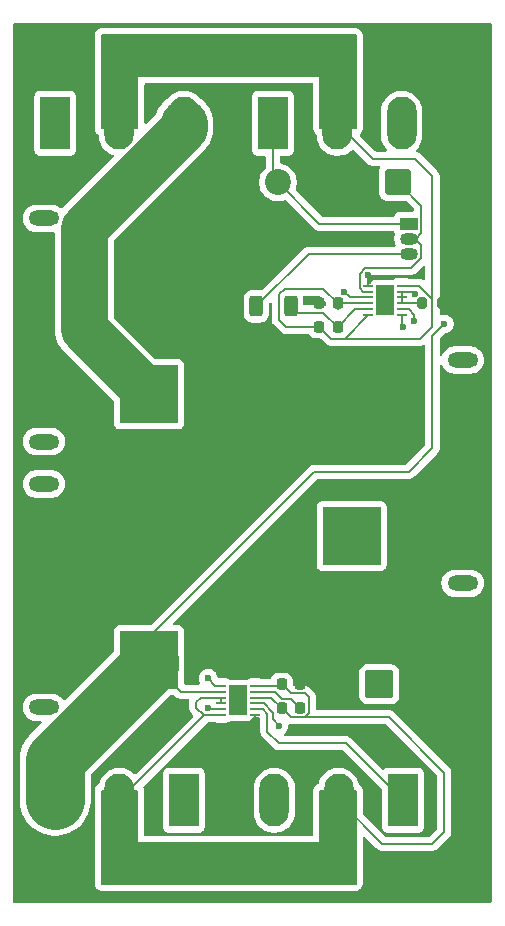
<source format=gbr>
%TF.GenerationSoftware,KiCad,Pcbnew,9.0.3*%
%TF.CreationDate,2025-12-08T06:40:44-06:00*%
%TF.ProjectId,Hotswap,486f7473-7761-4702-9e6b-696361645f70,rev?*%
%TF.SameCoordinates,Original*%
%TF.FileFunction,Copper,L1,Top*%
%TF.FilePolarity,Positive*%
%FSLAX46Y46*%
G04 Gerber Fmt 4.6, Leading zero omitted, Abs format (unit mm)*
G04 Created by KiCad (PCBNEW 9.0.3) date 2025-12-08 06:40:44*
%MOMM*%
%LPD*%
G01*
G04 APERTURE LIST*
G04 Aperture macros list*
%AMRoundRect*
0 Rectangle with rounded corners*
0 $1 Rounding radius*
0 $2 $3 $4 $5 $6 $7 $8 $9 X,Y pos of 4 corners*
0 Add a 4 corners polygon primitive as box body*
4,1,4,$2,$3,$4,$5,$6,$7,$8,$9,$2,$3,0*
0 Add four circle primitives for the rounded corners*
1,1,$1+$1,$2,$3*
1,1,$1+$1,$4,$5*
1,1,$1+$1,$6,$7*
1,1,$1+$1,$8,$9*
0 Add four rect primitives between the rounded corners*
20,1,$1+$1,$2,$3,$4,$5,0*
20,1,$1+$1,$4,$5,$6,$7,0*
20,1,$1+$1,$6,$7,$8,$9,0*
20,1,$1+$1,$8,$9,$2,$3,0*%
G04 Aperture macros list end*
%TA.AperFunction,Conductor*%
%ADD10C,0.200000*%
%TD*%
%TA.AperFunction,SMDPad,CuDef*%
%ADD11RoundRect,0.225000X0.225000X0.250000X-0.225000X0.250000X-0.225000X-0.250000X0.225000X-0.250000X0*%
%TD*%
%TA.AperFunction,ComponentPad*%
%ADD12R,2.500000X4.500000*%
%TD*%
%TA.AperFunction,ComponentPad*%
%ADD13O,2.500000X4.500000*%
%TD*%
%TA.AperFunction,SMDPad,CuDef*%
%ADD14RoundRect,0.225000X-0.225000X-0.250000X0.225000X-0.250000X0.225000X0.250000X-0.225000X0.250000X0*%
%TD*%
%TA.AperFunction,ComponentPad*%
%ADD15C,4.916000*%
%TD*%
%TA.AperFunction,ComponentPad*%
%ADD16O,2.600000X1.300000*%
%TD*%
%TA.AperFunction,ComponentPad*%
%ADD17R,4.916000X4.916000*%
%TD*%
%TA.AperFunction,SMDPad,CuDef*%
%ADD18RoundRect,0.062500X-0.375000X-0.062500X0.375000X-0.062500X0.375000X0.062500X-0.375000X0.062500X0*%
%TD*%
%TA.AperFunction,HeatsinkPad*%
%ADD19R,1.500000X2.500000*%
%TD*%
%TA.AperFunction,SMDPad,CuDef*%
%ADD20RoundRect,0.062500X0.375000X0.062500X-0.375000X0.062500X-0.375000X-0.062500X0.375000X-0.062500X0*%
%TD*%
%TA.AperFunction,SMDPad,CuDef*%
%ADD21RoundRect,0.250000X0.312500X0.625000X-0.312500X0.625000X-0.312500X-0.625000X0.312500X-0.625000X0*%
%TD*%
%TA.AperFunction,SMDPad,CuDef*%
%ADD22RoundRect,0.200000X-0.200000X-0.275000X0.200000X-0.275000X0.200000X0.275000X-0.200000X0.275000X0*%
%TD*%
%TA.AperFunction,ComponentPad*%
%ADD23R,1.500000X1.050000*%
%TD*%
%TA.AperFunction,ComponentPad*%
%ADD24O,1.500000X1.050000*%
%TD*%
%TA.AperFunction,ComponentPad*%
%ADD25RoundRect,0.250001X-0.949999X-0.949999X0.949999X-0.949999X0.949999X0.949999X-0.949999X0.949999X0*%
%TD*%
%TA.AperFunction,ComponentPad*%
%ADD26C,2.400000*%
%TD*%
%TA.AperFunction,ComponentPad*%
%ADD27RoundRect,0.249999X0.850001X0.850001X-0.850001X0.850001X-0.850001X-0.850001X0.850001X-0.850001X0*%
%TD*%
%TA.AperFunction,ComponentPad*%
%ADD28C,2.200000*%
%TD*%
%TA.AperFunction,ViaPad*%
%ADD29C,0.600000*%
%TD*%
%TA.AperFunction,Conductor*%
%ADD30C,4.000000*%
%TD*%
%TA.AperFunction,Conductor*%
%ADD31C,5.000000*%
%TD*%
G04 APERTURE END LIST*
%TO.N,Net-(Q2-D)*%
D10*
X71500000Y-84000000D02*
X74500000Y-84000000D01*
X74500000Y-91870000D01*
X71500000Y-91870000D01*
X71500000Y-84000000D01*
%TA.AperFunction,Conductor*%
G36*
X71500000Y-84000000D02*
G01*
X74500000Y-84000000D01*
X74500000Y-91870000D01*
X71500000Y-91870000D01*
X71500000Y-84000000D01*
G37*
%TD.AperFunction*%
X53000000Y-88435000D02*
X74500000Y-88435000D01*
X74500000Y-91870000D01*
X53000000Y-91870000D01*
X53000000Y-88435000D01*
%TA.AperFunction,Conductor*%
G36*
X53000000Y-88435000D02*
G01*
X74500000Y-88435000D01*
X74500000Y-91870000D01*
X53000000Y-91870000D01*
X53000000Y-88435000D01*
G37*
%TD.AperFunction*%
%TO.N,Net-(Q8-D)*%
X71500000Y-20065000D02*
X74500000Y-20065000D01*
X74500000Y-27935000D01*
X71500000Y-27935000D01*
X71500000Y-20065000D01*
%TA.AperFunction,Conductor*%
G36*
X71500000Y-20065000D02*
G01*
X74500000Y-20065000D01*
X74500000Y-27935000D01*
X71500000Y-27935000D01*
X71500000Y-20065000D01*
G37*
%TD.AperFunction*%
X53000000Y-20065000D02*
X74500000Y-20065000D01*
X74500000Y-23500000D01*
X53000000Y-23500000D01*
X53000000Y-20065000D01*
%TA.AperFunction,Conductor*%
G36*
X53000000Y-20065000D02*
G01*
X74500000Y-20065000D01*
X74500000Y-23500000D01*
X53000000Y-23500000D01*
X53000000Y-20065000D01*
G37*
%TD.AperFunction*%
%TO.N,Net-(Q2-D)*%
X53000000Y-84000000D02*
X56000000Y-84000000D01*
X56000000Y-91870000D01*
X53000000Y-91870000D01*
X53000000Y-84000000D01*
%TA.AperFunction,Conductor*%
G36*
X53000000Y-84000000D02*
G01*
X56000000Y-84000000D01*
X56000000Y-91870000D01*
X53000000Y-91870000D01*
X53000000Y-84000000D01*
G37*
%TD.AperFunction*%
%TO.N,Net-(Q8-D)*%
X53000000Y-20065000D02*
X56000000Y-20065000D01*
X56000000Y-27935000D01*
X53000000Y-27935000D01*
X53000000Y-20065000D01*
%TA.AperFunction,Conductor*%
G36*
X53000000Y-20065000D02*
G01*
X56000000Y-20065000D01*
X56000000Y-27935000D01*
X53000000Y-27935000D01*
X53000000Y-20065000D01*
G37*
%TD.AperFunction*%
%TD*%
D11*
%TO.P,C2,1*%
%TO.N,GND*%
X69775000Y-75000000D03*
%TO.P,C2,2*%
%TO.N,Net-(Q2-D)*%
X68225000Y-75000000D03*
%TD*%
D12*
%TO.P,Q2,1,G*%
%TO.N,Net-(Q2-G)*%
X59950000Y-84815000D03*
D13*
%TO.P,Q2,2,D*%
%TO.N,Net-(Q2-D)*%
X54500000Y-84815000D03*
%TO.P,Q2,3,S*%
%TO.N,Net-(J1-POS)*%
X49050000Y-84815000D03*
%TD*%
D14*
%TO.P,C1,1*%
%TO.N,GND*%
X71425000Y-42750000D03*
%TO.P,C1,2*%
%TO.N,Net-(Q8-D)*%
X72975000Y-42750000D03*
%TD*%
D12*
%TO.P,Q8,1,G*%
%TO.N,Net-(Q8-G)*%
X49050000Y-27500000D03*
D13*
%TO.P,Q8,2,D*%
%TO.N,Net-(Q8-D)*%
X54500000Y-27500000D03*
%TO.P,Q8,3,S*%
%TO.N,Net-(J2-POS)*%
X59950000Y-27500000D03*
%TD*%
D15*
%TO.P,J1,N,NEG*%
%TO.N,GND*%
X57000000Y-62050000D03*
D16*
%TO.P,J1,NC,NC*%
%TO.N,unconnected-(J1-PadNC)*%
X48100000Y-58050000D03*
%TO.N,unconnected-(J1-PadNC)_1*%
X48100000Y-76950000D03*
D17*
%TO.P,J1,P,POS*%
%TO.N,Net-(J1-POS)*%
X57000000Y-72950000D03*
%TD*%
D15*
%TO.P,J3,N,NEG*%
%TO.N,GND*%
X74150000Y-51550000D03*
D16*
%TO.P,J3,NC,NC*%
%TO.N,unconnected-(J3-PadNC)*%
X83550000Y-66450000D03*
%TO.N,unconnected-(J3-PadNC)_1*%
X83550000Y-47550000D03*
D17*
%TO.P,J3,P,POS*%
%TO.N,VBUS*%
X74150000Y-62450000D03*
%TD*%
D11*
%TO.P,C8,1*%
%TO.N,Net-(U2-CAP)*%
X72975000Y-44750000D03*
%TO.P,C8,2*%
%TO.N,Net-(Q8-D)*%
X71425000Y-44750000D03*
%TD*%
D18*
%TO.P,U5,1,DGATE*%
%TO.N,Net-(Q2-G)*%
X63125000Y-75125000D03*
%TO.P,U5,2,A*%
%TO.N,Net-(J1-POS)*%
X63125000Y-75625000D03*
%TO.P,U5,3,VSNS*%
%TO.N,Net-(Q2-D)*%
X63125000Y-76125000D03*
%TO.P,U5,4,SW*%
X63125000Y-76625000D03*
%TO.P,U5,5,OV*%
%TO.N,GND*%
X63125000Y-77125000D03*
%TO.P,U5,6,EN_UVLO*%
%TO.N,Net-(Q2-D)*%
X63125000Y-77625000D03*
%TO.P,U5,7,GND*%
%TO.N,GND*%
X66000000Y-77625000D03*
%TO.P,U5,8,HGATE*%
%TO.N,Net-(Q4-G)*%
X66000000Y-77125000D03*
%TO.P,U5,9,OUT*%
%TO.N,VBUS*%
X66000000Y-76625000D03*
%TO.P,U5,10,VS*%
%TO.N,Net-(Q2-D)*%
X66000000Y-76125000D03*
%TO.P,U5,11,CAP*%
%TO.N,Net-(U5-CAP)*%
X66000000Y-75625000D03*
%TO.P,U5,12,C*%
%TO.N,Net-(Q2-D)*%
X66000000Y-75125000D03*
D19*
%TO.P,U5,13,PAD*%
%TO.N,unconnected-(U5-PAD-Pad13)*%
X64562500Y-76375000D03*
%TD*%
D15*
%TO.P,J2,N,NEG*%
%TO.N,GND*%
X57000000Y-39550000D03*
D16*
%TO.P,J2,NC,NC*%
%TO.N,unconnected-(J2-PadNC)*%
X48100000Y-35550000D03*
%TO.N,unconnected-(J2-PadNC)_1*%
X48100000Y-54450000D03*
D17*
%TO.P,J2,P,POS*%
%TO.N,Net-(J2-POS)*%
X57000000Y-50450000D03*
%TD*%
D20*
%TO.P,U2,1,DGATE*%
%TO.N,Net-(Q8-G)*%
X78437500Y-43750000D03*
%TO.P,U2,2,A*%
%TO.N,Net-(J2-POS)*%
X78437500Y-43250000D03*
%TO.P,U2,3,VSNS*%
%TO.N,Net-(J1-POS)*%
X78437500Y-42750000D03*
%TO.P,U2,4,SW*%
X78437500Y-42250000D03*
%TO.P,U2,5,OV*%
X78437500Y-41750000D03*
%TO.P,U2,6,EN_UVLO*%
%TO.N,Net-(Q8-D)*%
X78437500Y-41250000D03*
%TO.P,U2,7,GND*%
%TO.N,GND*%
X75562500Y-41250000D03*
%TO.P,U2,8,HGATE*%
%TO.N,Net-(D3-K)*%
X75562500Y-41750000D03*
%TO.P,U2,9,OUT*%
%TO.N,VBUS*%
X75562500Y-42250000D03*
%TO.P,U2,10,VS*%
%TO.N,Net-(Q8-D)*%
X75562500Y-42750000D03*
%TO.P,U2,11,CAP*%
%TO.N,Net-(U2-CAP)*%
X75562500Y-43250000D03*
%TO.P,U2,12,C*%
%TO.N,Net-(Q8-D)*%
X75562500Y-43750000D03*
D19*
%TO.P,U2,13,PAD*%
%TO.N,unconnected-(U2-PAD-Pad13)*%
X77000000Y-42500000D03*
%TD*%
D21*
%TO.P,R9,1*%
%TO.N,Net-(U2-CAP)*%
X69000000Y-43000000D03*
%TO.P,R9,2*%
%TO.N,Net-(Q11-C)*%
X66075000Y-43000000D03*
%TD*%
D11*
%TO.P,C7,1*%
%TO.N,Net-(U5-CAP)*%
X69775000Y-77000000D03*
%TO.P,C7,2*%
%TO.N,Net-(Q2-D)*%
X68225000Y-77000000D03*
%TD*%
D22*
%TO.P,R8,1*%
%TO.N,Net-(J1-POS)*%
X80150000Y-42750000D03*
%TO.P,R8,2*%
%TO.N,GND*%
X81800000Y-42750000D03*
%TD*%
D12*
%TO.P,Q4,1,G*%
%TO.N,Net-(Q4-G)*%
X78500000Y-84815000D03*
D13*
%TO.P,Q4,2,D*%
%TO.N,Net-(Q2-D)*%
X73050000Y-84815000D03*
%TO.P,Q4,3,S*%
%TO.N,VBUS*%
X67600000Y-84815000D03*
%TD*%
D23*
%TO.P,Q11,1,E*%
%TO.N,Net-(D3-A)*%
X79000000Y-36000000D03*
D24*
%TO.P,Q11,2,B*%
%TO.N,Net-(D3-K)*%
X79000000Y-37270000D03*
%TO.P,Q11,3,C*%
%TO.N,Net-(Q11-C)*%
X79000000Y-38540000D03*
%TD*%
D25*
%TO.P,C10,1*%
%TO.N,VBUS*%
X76500000Y-75000000D03*
D26*
%TO.P,C10,2*%
%TO.N,GND*%
X81500000Y-75000000D03*
%TD*%
D12*
%TO.P,Q9,1,G*%
%TO.N,Net-(D3-A)*%
X67500000Y-27500000D03*
D13*
%TO.P,Q9,2,D*%
%TO.N,Net-(Q8-D)*%
X72950000Y-27500000D03*
%TO.P,Q9,3,S*%
%TO.N,VBUS*%
X78400000Y-27500000D03*
%TD*%
D27*
%TO.P,D3,1,K*%
%TO.N,Net-(D3-K)*%
X78080000Y-32500000D03*
D28*
%TO.P,D3,2,A*%
%TO.N,Net-(D3-A)*%
X67920000Y-32500000D03*
%TD*%
D29*
%TO.N,GND*%
X70500000Y-42500000D03*
X66000000Y-79000000D03*
X62000000Y-77000000D03*
X75562500Y-40337500D03*
%TO.N,Net-(J2-POS)*%
X79475000Y-44250000D03*
%TO.N,Net-(J1-POS)*%
X82000000Y-44500000D03*
X79500000Y-42000000D03*
%TO.N,VBUS*%
X73475000Y-41750000D03*
X68000000Y-78500000D03*
%TO.N,Net-(Q2-G)*%
X62000000Y-74500000D03*
%TO.N,Net-(Q8-G)*%
X78475000Y-44750000D03*
%TD*%
D10*
%TO.N,Net-(U5-CAP)*%
X69000000Y-76225000D02*
X69775000Y-77000000D01*
X67624890Y-75625000D02*
X68224890Y-76225000D01*
X68224890Y-76225000D02*
X69000000Y-76225000D01*
X66000000Y-75625000D02*
X67624890Y-75625000D01*
%TO.N,Net-(Q2-D)*%
X70526000Y-76077890D02*
X70224110Y-75776000D01*
X70526000Y-77474110D02*
X70526000Y-76077890D01*
X69001000Y-75776000D02*
X68225000Y-75000000D01*
X69001000Y-77776000D02*
X70224110Y-77776000D01*
X61690000Y-77625000D02*
X63125000Y-77625000D01*
X70224110Y-77776000D02*
X70526000Y-77474110D01*
X73050000Y-84815000D02*
X76735000Y-88500000D01*
X61375000Y-76125000D02*
X63125000Y-76125000D01*
X61000000Y-77000000D02*
X61000000Y-76500000D01*
X81000000Y-88500000D02*
X82000000Y-87500000D01*
X68225000Y-77000000D02*
X69001000Y-77776000D01*
X54500000Y-84815000D02*
X61690000Y-77625000D01*
X68100000Y-75125000D02*
X68225000Y-75000000D01*
X70224110Y-75776000D02*
X69001000Y-75776000D01*
X61000000Y-76500000D02*
X61375000Y-76125000D01*
X63125000Y-77625000D02*
X61625000Y-77625000D01*
X82000000Y-82500000D02*
X77276000Y-77776000D01*
X66000000Y-75125000D02*
X68100000Y-75125000D01*
X77276000Y-77776000D02*
X70224110Y-77776000D01*
X63125000Y-76125000D02*
X63125000Y-76625000D01*
X67350000Y-76125000D02*
X68225000Y-77000000D01*
X61625000Y-77625000D02*
X61000000Y-77000000D01*
X66000000Y-76125000D02*
X67350000Y-76125000D01*
X76735000Y-88500000D02*
X81000000Y-88500000D01*
X82000000Y-87500000D02*
X82000000Y-82500000D01*
%TO.N,Net-(Q8-D)*%
X68000000Y-42000000D02*
X68000000Y-44130580D01*
X79500000Y-30500000D02*
X81000000Y-32000000D01*
X72975000Y-43200000D02*
X72975000Y-42750000D01*
X78437500Y-41250000D02*
X79839064Y-41250000D01*
X72425000Y-45750000D02*
X73562500Y-45750000D01*
X81000000Y-44725000D02*
X79975000Y-45750000D01*
X72950000Y-27500000D02*
X75950000Y-30500000D01*
X81000000Y-42410936D02*
X81000000Y-44725000D01*
X72975000Y-42750000D02*
X71725000Y-41500000D01*
X72975000Y-42750000D02*
X75562500Y-42750000D01*
X71725000Y-41500000D02*
X68500000Y-41500000D01*
X81000000Y-32000000D02*
X81000000Y-42410936D01*
X79839064Y-41250000D02*
X81000000Y-42410936D01*
X71425000Y-44750000D02*
X72425000Y-45750000D01*
X79975000Y-45750000D02*
X73562500Y-45750000D01*
X75950000Y-30500000D02*
X79500000Y-30500000D01*
X68500000Y-41500000D02*
X68000000Y-42000000D01*
X68000000Y-44130580D02*
X68619420Y-44750000D01*
X68619420Y-44750000D02*
X71425000Y-44750000D01*
X73562500Y-45750000D02*
X75562500Y-43750000D01*
%TO.N,Net-(U2-CAP)*%
X71751000Y-43526000D02*
X69526000Y-43526000D01*
X71751000Y-43526000D02*
X72975000Y-44750000D01*
X72975000Y-44750000D02*
X74475000Y-43250000D01*
X69462500Y-43500000D02*
X69488500Y-43526000D01*
X74475000Y-43250000D02*
X75562500Y-43250000D01*
X69526000Y-43526000D02*
X69000000Y-43000000D01*
%TO.N,GND*%
X63125000Y-77125000D02*
X62125000Y-77125000D01*
X70750000Y-42750000D02*
X70500000Y-42500000D01*
X62125000Y-77125000D02*
X62000000Y-77000000D01*
X71425000Y-42750000D02*
X70750000Y-42750000D01*
X75562500Y-41250000D02*
X75562500Y-40337500D01*
X66000000Y-77625000D02*
X66000000Y-79000000D01*
%TO.N,Net-(D3-A)*%
X67500000Y-32080000D02*
X67920000Y-32500000D01*
X79000000Y-36000000D02*
X71420000Y-36000000D01*
X67500000Y-27500000D02*
X67500000Y-32080000D01*
X71420000Y-36000000D02*
X67920000Y-32500000D01*
%TO.N,Net-(D3-K)*%
X80051000Y-37821000D02*
X80051000Y-38882140D01*
X79500000Y-37270000D02*
X80051000Y-37821000D01*
X80051000Y-34471000D02*
X78080000Y-32500000D01*
X79607000Y-37270000D02*
X80051000Y-36826000D01*
X80051000Y-36826000D02*
X80051000Y-34471000D01*
X75109202Y-41750000D02*
X75562500Y-41750000D01*
X75313557Y-39736500D02*
X74824000Y-40226057D01*
X74824000Y-41464798D02*
X75109202Y-41750000D01*
X79000000Y-37270000D02*
X79500000Y-37270000D01*
X80051000Y-38882140D02*
X79196640Y-39736500D01*
X74824000Y-40226057D02*
X74824000Y-41464798D01*
X79196640Y-39736500D02*
X75313557Y-39736500D01*
X79000000Y-37270000D02*
X79607000Y-37270000D01*
%TO.N,Net-(J2-POS)*%
X79475000Y-43750000D02*
X79475000Y-44250000D01*
X78437500Y-43250000D02*
X78975000Y-43250000D01*
D30*
X51500000Y-44950000D02*
X51500000Y-36380451D01*
X57000000Y-50450000D02*
X51500000Y-44950000D01*
X59950000Y-27930451D02*
X59950000Y-27500000D01*
D10*
X78975000Y-43250000D02*
X79475000Y-43750000D01*
D30*
X51500000Y-36380451D02*
X59950000Y-27930451D01*
D10*
%TO.N,Net-(J1-POS)*%
X81000000Y-45500000D02*
X81000000Y-55000000D01*
X78437500Y-41750000D02*
X78437500Y-42750000D01*
D31*
X49050000Y-81389030D02*
X57000000Y-73439030D01*
D10*
X57000000Y-71000000D02*
X57000000Y-72950000D01*
X81000000Y-55000000D02*
X79000000Y-57000000D01*
X78437500Y-42750000D02*
X80150000Y-42750000D01*
X79000000Y-57000000D02*
X71000000Y-57000000D01*
D31*
X49050000Y-84815000D02*
X49050000Y-81389030D01*
D10*
X82000000Y-44500000D02*
X81000000Y-45500000D01*
X59675000Y-75625000D02*
X57000000Y-72950000D01*
D31*
X57000000Y-73439030D02*
X57000000Y-72950000D01*
D10*
X71000000Y-57000000D02*
X57000000Y-71000000D01*
X79250000Y-41750000D02*
X79500000Y-42000000D01*
X78437500Y-41750000D02*
X79250000Y-41750000D01*
X63125000Y-75625000D02*
X59675000Y-75625000D01*
%TO.N,VBUS*%
X66692100Y-76625000D02*
X67474000Y-77406900D01*
X67474000Y-77406900D02*
X67474000Y-77974000D01*
X66000000Y-76625000D02*
X66692100Y-76625000D01*
X73975000Y-42250000D02*
X73475000Y-41750000D01*
X67474000Y-77974000D02*
X68000000Y-78500000D01*
X75562500Y-42250000D02*
X73975000Y-42250000D01*
%TO.N,Net-(Q2-G)*%
X63125000Y-75125000D02*
X62625000Y-75125000D01*
X62625000Y-75125000D02*
X62000000Y-74500000D01*
%TO.N,Net-(Q4-G)*%
X66000000Y-77125000D02*
X66625000Y-77125000D01*
X68000000Y-80000000D02*
X73685000Y-80000000D01*
X67000000Y-79000000D02*
X68000000Y-80000000D01*
X73685000Y-80000000D02*
X78500000Y-84815000D01*
X67000000Y-77500000D02*
X67000000Y-79000000D01*
X66625000Y-77125000D02*
X67000000Y-77500000D01*
%TO.N,Net-(Q8-G)*%
X78437500Y-43750000D02*
X78437500Y-44712500D01*
X78437500Y-44712500D02*
X78475000Y-44750000D01*
%TO.N,Net-(Q11-C)*%
X79000000Y-38540000D02*
X70535000Y-38540000D01*
X70535000Y-38540000D02*
X66075000Y-43000000D01*
%TD*%
%TA.AperFunction,Conductor*%
%TO.N,GND*%
G36*
X66342539Y-77770184D02*
G01*
X66388294Y-77822988D01*
X66399500Y-77874499D01*
X66399500Y-78913330D01*
X66399499Y-78913348D01*
X66399499Y-79079054D01*
X66399498Y-79079054D01*
X66440422Y-79231783D01*
X66462334Y-79269735D01*
X66462336Y-79269738D01*
X66519479Y-79368714D01*
X66519481Y-79368717D01*
X66638349Y-79487585D01*
X66638354Y-79487589D01*
X67631284Y-80480520D01*
X67631286Y-80480521D01*
X67631290Y-80480524D01*
X67763863Y-80557064D01*
X67768216Y-80559577D01*
X67920943Y-80600501D01*
X67920945Y-80600501D01*
X68086654Y-80600501D01*
X68086670Y-80600500D01*
X73384903Y-80600500D01*
X73451942Y-80620185D01*
X73472584Y-80636819D01*
X76713181Y-83877416D01*
X76746666Y-83938739D01*
X76749500Y-83965097D01*
X76749500Y-87112870D01*
X76749501Y-87112876D01*
X76755908Y-87172483D01*
X76806202Y-87307328D01*
X76806206Y-87307335D01*
X76892452Y-87422544D01*
X76892455Y-87422547D01*
X77007664Y-87508793D01*
X77007671Y-87508797D01*
X77142517Y-87559091D01*
X77142516Y-87559091D01*
X77149444Y-87559835D01*
X77202127Y-87565500D01*
X79797872Y-87565499D01*
X79857483Y-87559091D01*
X79992331Y-87508796D01*
X80107546Y-87422546D01*
X80193796Y-87307331D01*
X80244091Y-87172483D01*
X80250500Y-87112873D01*
X80250499Y-82517128D01*
X80244091Y-82457517D01*
X80193796Y-82322669D01*
X80193795Y-82322668D01*
X80193793Y-82322664D01*
X80107547Y-82207455D01*
X80107544Y-82207452D01*
X79992335Y-82121206D01*
X79992328Y-82121202D01*
X79857482Y-82070908D01*
X79857483Y-82070908D01*
X79797883Y-82064501D01*
X79797881Y-82064500D01*
X79797873Y-82064500D01*
X79797864Y-82064500D01*
X77202129Y-82064500D01*
X77202123Y-82064501D01*
X77142516Y-82070908D01*
X77007671Y-82121202D01*
X77007664Y-82121206D01*
X76892249Y-82207607D01*
X76826785Y-82232025D01*
X76758512Y-82217174D01*
X76730257Y-82196022D01*
X74172590Y-79638355D01*
X74172588Y-79638352D01*
X74053717Y-79519481D01*
X74053716Y-79519480D01*
X73966904Y-79469360D01*
X73966904Y-79469359D01*
X73966900Y-79469358D01*
X73916785Y-79440423D01*
X73764057Y-79399499D01*
X73605943Y-79399499D01*
X73598347Y-79399499D01*
X73598331Y-79399500D01*
X68503439Y-79399500D01*
X68436400Y-79379815D01*
X68390645Y-79327011D01*
X68380701Y-79257853D01*
X68409726Y-79194297D01*
X68434548Y-79172398D01*
X68470756Y-79148204D01*
X68510289Y-79121789D01*
X68621789Y-79010289D01*
X68709394Y-78879179D01*
X68769737Y-78733497D01*
X68800500Y-78578842D01*
X68800500Y-78500501D01*
X68803050Y-78491815D01*
X68801762Y-78482855D01*
X68812740Y-78458816D01*
X68820185Y-78433462D01*
X68827026Y-78427534D01*
X68830787Y-78419299D01*
X68853020Y-78405010D01*
X68872989Y-78387707D01*
X68883502Y-78385419D01*
X68889564Y-78381524D01*
X68924497Y-78376501D01*
X68924499Y-78376501D01*
X69080058Y-78376501D01*
X69080061Y-78376500D01*
X69087669Y-78376500D01*
X70137441Y-78376500D01*
X70137457Y-78376501D01*
X70145053Y-78376501D01*
X70310763Y-78376501D01*
X70310779Y-78376500D01*
X76975903Y-78376500D01*
X77042942Y-78396185D01*
X77063584Y-78412819D01*
X81363181Y-82712416D01*
X81396666Y-82773739D01*
X81399500Y-82800097D01*
X81399500Y-87199902D01*
X81379815Y-87266941D01*
X81363181Y-87287583D01*
X80787584Y-87863181D01*
X80726261Y-87896666D01*
X80699903Y-87899500D01*
X77035097Y-87899500D01*
X76968058Y-87879815D01*
X76947416Y-87863181D01*
X75136819Y-86052584D01*
X75103334Y-85991261D01*
X75100500Y-85964903D01*
X75100500Y-83920945D01*
X75100500Y-83920943D01*
X75059577Y-83768216D01*
X75020350Y-83700272D01*
X74980524Y-83631290D01*
X74980518Y-83631282D01*
X74868718Y-83519482D01*
X74868716Y-83519480D01*
X74811872Y-83486661D01*
X74763656Y-83436094D01*
X74754097Y-83411367D01*
X74737947Y-83351093D01*
X74711158Y-83251113D01*
X74623349Y-83039123D01*
X74623347Y-83039118D01*
X74623342Y-83039109D01*
X74508611Y-82840388D01*
X74508608Y-82840385D01*
X74508607Y-82840382D01*
X74368918Y-82658338D01*
X74368911Y-82658330D01*
X74206670Y-82496089D01*
X74206661Y-82496081D01*
X74024617Y-82356392D01*
X73966210Y-82322671D01*
X73825888Y-82241656D01*
X73825876Y-82241650D01*
X73613887Y-82153842D01*
X73392238Y-82094452D01*
X73354215Y-82089446D01*
X73164741Y-82064500D01*
X73164734Y-82064500D01*
X72935266Y-82064500D01*
X72935258Y-82064500D01*
X72718715Y-82093009D01*
X72707762Y-82094452D01*
X72614076Y-82119554D01*
X72486112Y-82153842D01*
X72274123Y-82241650D01*
X72274109Y-82241657D01*
X72075382Y-82356392D01*
X71893338Y-82496081D01*
X71731081Y-82658338D01*
X71591392Y-82840382D01*
X71476657Y-83039109D01*
X71476653Y-83039118D01*
X71388842Y-83251112D01*
X71362052Y-83351093D01*
X71325686Y-83410754D01*
X71274374Y-83438773D01*
X71268217Y-83440422D01*
X71268209Y-83440426D01*
X71131290Y-83519475D01*
X71131282Y-83519481D01*
X71019481Y-83631282D01*
X71019475Y-83631290D01*
X70940426Y-83768209D01*
X70940423Y-83768216D01*
X70899500Y-83920943D01*
X70899500Y-87710500D01*
X70879815Y-87777539D01*
X70827011Y-87823294D01*
X70775500Y-87834500D01*
X56724500Y-87834500D01*
X56657461Y-87814815D01*
X56611706Y-87762011D01*
X56600500Y-87710500D01*
X56600500Y-83920945D01*
X56600500Y-83920943D01*
X56559577Y-83768216D01*
X56547284Y-83746924D01*
X56530811Y-83679027D01*
X56553662Y-83613000D01*
X56566984Y-83597250D01*
X57647099Y-82517135D01*
X58199500Y-82517135D01*
X58199500Y-87112870D01*
X58199501Y-87112876D01*
X58205908Y-87172483D01*
X58256202Y-87307328D01*
X58256206Y-87307335D01*
X58342452Y-87422544D01*
X58342455Y-87422547D01*
X58457664Y-87508793D01*
X58457671Y-87508797D01*
X58592517Y-87559091D01*
X58592516Y-87559091D01*
X58599444Y-87559835D01*
X58652127Y-87565500D01*
X61247872Y-87565499D01*
X61307483Y-87559091D01*
X61442331Y-87508796D01*
X61557546Y-87422546D01*
X61643796Y-87307331D01*
X61694091Y-87172483D01*
X61700500Y-87112873D01*
X61700499Y-83700258D01*
X65849500Y-83700258D01*
X65849500Y-85929741D01*
X65874446Y-86119215D01*
X65879452Y-86157238D01*
X65879453Y-86157240D01*
X65938842Y-86378887D01*
X66026650Y-86590876D01*
X66026657Y-86590890D01*
X66141392Y-86789617D01*
X66281081Y-86971661D01*
X66281089Y-86971670D01*
X66443330Y-87133911D01*
X66443338Y-87133918D01*
X66625382Y-87273607D01*
X66625385Y-87273608D01*
X66625388Y-87273611D01*
X66824112Y-87388344D01*
X66824117Y-87388346D01*
X66824123Y-87388349D01*
X66902810Y-87420942D01*
X67036113Y-87476158D01*
X67257762Y-87535548D01*
X67474312Y-87564057D01*
X67485250Y-87565498D01*
X67485266Y-87565500D01*
X67485273Y-87565500D01*
X67714727Y-87565500D01*
X67714734Y-87565500D01*
X67942238Y-87535548D01*
X68163887Y-87476158D01*
X68375888Y-87388344D01*
X68574612Y-87273611D01*
X68756661Y-87133919D01*
X68756665Y-87133914D01*
X68756670Y-87133911D01*
X68918911Y-86971670D01*
X68918914Y-86971665D01*
X68918919Y-86971661D01*
X69058611Y-86789612D01*
X69173344Y-86590888D01*
X69261158Y-86378887D01*
X69320548Y-86157238D01*
X69350500Y-85929734D01*
X69350500Y-83700266D01*
X69320548Y-83472762D01*
X69261158Y-83251113D01*
X69173346Y-83039118D01*
X69173346Y-83039117D01*
X69173344Y-83039112D01*
X69058611Y-82840388D01*
X69058608Y-82840385D01*
X69058607Y-82840382D01*
X68918918Y-82658338D01*
X68918911Y-82658330D01*
X68756670Y-82496089D01*
X68756661Y-82496081D01*
X68574617Y-82356392D01*
X68516210Y-82322671D01*
X68375888Y-82241656D01*
X68375876Y-82241650D01*
X68163887Y-82153842D01*
X67942238Y-82094452D01*
X67904215Y-82089446D01*
X67714741Y-82064500D01*
X67714734Y-82064500D01*
X67485266Y-82064500D01*
X67485258Y-82064500D01*
X67268715Y-82093009D01*
X67257762Y-82094452D01*
X67164076Y-82119554D01*
X67036112Y-82153842D01*
X66824123Y-82241650D01*
X66824109Y-82241657D01*
X66625382Y-82356392D01*
X66443338Y-82496081D01*
X66281081Y-82658338D01*
X66141392Y-82840382D01*
X66026657Y-83039109D01*
X66026650Y-83039123D01*
X65938846Y-83251103D01*
X65938842Y-83251113D01*
X65888118Y-83440422D01*
X65879453Y-83472759D01*
X65879451Y-83472770D01*
X65849500Y-83700258D01*
X61700499Y-83700258D01*
X61700499Y-82517128D01*
X61694091Y-82457517D01*
X61643796Y-82322669D01*
X61643795Y-82322668D01*
X61643793Y-82322664D01*
X61557547Y-82207455D01*
X61557544Y-82207452D01*
X61442335Y-82121206D01*
X61442328Y-82121202D01*
X61307482Y-82070908D01*
X61307483Y-82070908D01*
X61247883Y-82064501D01*
X61247881Y-82064500D01*
X61247873Y-82064500D01*
X61247864Y-82064500D01*
X58652129Y-82064500D01*
X58652123Y-82064501D01*
X58592516Y-82070908D01*
X58457671Y-82121202D01*
X58457664Y-82121206D01*
X58342455Y-82207452D01*
X58342452Y-82207455D01*
X58256206Y-82322664D01*
X58256202Y-82322671D01*
X58205908Y-82457517D01*
X58199501Y-82517116D01*
X58199501Y-82517123D01*
X58199500Y-82517135D01*
X57647099Y-82517135D01*
X61902417Y-78261819D01*
X61963740Y-78228334D01*
X61990098Y-78225500D01*
X62552992Y-78225500D01*
X62600442Y-78234938D01*
X62603028Y-78236009D01*
X62713099Y-78250500D01*
X63536900Y-78250499D01*
X63536903Y-78250499D01*
X63646963Y-78236011D01*
X63646967Y-78236009D01*
X63646972Y-78236009D01*
X63783929Y-78179279D01*
X63820621Y-78151124D01*
X63885790Y-78125929D01*
X63896108Y-78125499D01*
X65360371Y-78125499D01*
X65360372Y-78125499D01*
X65419983Y-78119091D01*
X65554831Y-78068796D01*
X65670046Y-77982546D01*
X65756296Y-77867331D01*
X65769785Y-77831166D01*
X65811656Y-77775232D01*
X65877120Y-77750815D01*
X65885967Y-77750499D01*
X66275500Y-77750499D01*
X66342539Y-77770184D01*
G37*
%TD.AperFunction*%
%TA.AperFunction,Conductor*%
G36*
X71491942Y-42120185D02*
G01*
X71512584Y-42136819D01*
X71988181Y-42612416D01*
X72021666Y-42673739D01*
X72024500Y-42700097D01*
X72024500Y-42816000D01*
X72004815Y-42883039D01*
X71952011Y-42928794D01*
X71882853Y-42938738D01*
X71868407Y-42935775D01*
X71866222Y-42935189D01*
X71830057Y-42925499D01*
X71671943Y-42925499D01*
X71664347Y-42925499D01*
X71664331Y-42925500D01*
X70186999Y-42925500D01*
X70119960Y-42905815D01*
X70074205Y-42853011D01*
X70062999Y-42801500D01*
X70062999Y-42324998D01*
X70062998Y-42324980D01*
X70054021Y-42237101D01*
X70066791Y-42168408D01*
X70114672Y-42117524D01*
X70177379Y-42100500D01*
X71424903Y-42100500D01*
X71491942Y-42120185D01*
G37*
%TD.AperFunction*%
%TA.AperFunction,Conductor*%
G36*
X80318834Y-39566054D02*
G01*
X80374767Y-39607926D01*
X80399184Y-39673390D01*
X80399500Y-39682236D01*
X80399500Y-40665395D01*
X80397789Y-40671218D01*
X80398939Y-40677180D01*
X80388058Y-40704358D01*
X80379815Y-40732434D01*
X80375229Y-40736407D01*
X80372972Y-40742046D01*
X80349121Y-40759030D01*
X80327011Y-40778189D01*
X80321004Y-40779052D01*
X80316058Y-40782575D01*
X80286819Y-40783967D01*
X80257853Y-40788133D01*
X80250779Y-40785685D01*
X80246267Y-40785900D01*
X80213501Y-40772783D01*
X80207780Y-40769480D01*
X80120968Y-40719360D01*
X80070849Y-40690423D01*
X79918121Y-40649499D01*
X79760007Y-40649499D01*
X79752411Y-40649499D01*
X79752395Y-40649500D01*
X79009508Y-40649500D01*
X79009480Y-40649491D01*
X79009452Y-40649500D01*
X78962058Y-40640062D01*
X78959475Y-40638992D01*
X78959470Y-40638990D01*
X78849401Y-40624500D01*
X78025596Y-40624500D01*
X77915536Y-40638988D01*
X77915527Y-40638991D01*
X77778571Y-40695720D01*
X77741878Y-40723876D01*
X77676709Y-40749070D01*
X77666392Y-40749500D01*
X76202129Y-40749500D01*
X76202123Y-40749501D01*
X76142516Y-40755908D01*
X76007671Y-40806202D01*
X76007664Y-40806206D01*
X75892455Y-40892452D01*
X75892452Y-40892455D01*
X75806206Y-41007664D01*
X75806204Y-41007668D01*
X75806204Y-41007669D01*
X75792714Y-41043836D01*
X75779445Y-41061560D01*
X75770247Y-41081703D01*
X75758915Y-41088985D01*
X75750844Y-41099767D01*
X75730098Y-41107504D01*
X75711469Y-41119477D01*
X75689550Y-41122628D01*
X75685380Y-41124184D01*
X75676534Y-41124500D01*
X75548500Y-41124500D01*
X75481461Y-41104815D01*
X75435706Y-41052011D01*
X75424500Y-41000500D01*
X75424500Y-40526154D01*
X75444185Y-40459115D01*
X75460819Y-40438473D01*
X75525973Y-40373319D01*
X75587296Y-40339834D01*
X75613654Y-40337000D01*
X79109971Y-40337000D01*
X79109987Y-40337001D01*
X79110024Y-40337001D01*
X79110027Y-40337000D01*
X79110030Y-40337001D01*
X79117583Y-40337001D01*
X79275694Y-40337001D01*
X79275697Y-40337001D01*
X79428425Y-40296077D01*
X79478544Y-40267139D01*
X79565356Y-40217020D01*
X79677160Y-40105216D01*
X79677160Y-40105214D01*
X79687368Y-40095007D01*
X79687369Y-40095004D01*
X80187820Y-39594554D01*
X80249142Y-39561070D01*
X80318834Y-39566054D01*
G37*
%TD.AperFunction*%
%TA.AperFunction,Conductor*%
G36*
X85942539Y-19020185D02*
G01*
X85988294Y-19072989D01*
X85999500Y-19124500D01*
X85999500Y-93375500D01*
X85979815Y-93442539D01*
X85927011Y-93488294D01*
X85875500Y-93499500D01*
X45624500Y-93499500D01*
X45557461Y-93479815D01*
X45511706Y-93427011D01*
X45500500Y-93375500D01*
X45500500Y-81220521D01*
X46049500Y-81220521D01*
X46049500Y-84983508D01*
X46087231Y-85318381D01*
X46087233Y-85318397D01*
X46162223Y-85646953D01*
X46162227Y-85646965D01*
X46273532Y-85965054D01*
X46419752Y-86268683D01*
X46419754Y-86268686D01*
X46599054Y-86554039D01*
X46809175Y-86817523D01*
X47047477Y-87055825D01*
X47310961Y-87265946D01*
X47596314Y-87445246D01*
X47899949Y-87591469D01*
X48138848Y-87675063D01*
X48218034Y-87702772D01*
X48218046Y-87702776D01*
X48546606Y-87777767D01*
X48881492Y-87815499D01*
X48881493Y-87815500D01*
X48881496Y-87815500D01*
X49218507Y-87815500D01*
X49218507Y-87815499D01*
X49553394Y-87777767D01*
X49881954Y-87702776D01*
X50200051Y-87591469D01*
X50503686Y-87445246D01*
X50789039Y-87265946D01*
X51052523Y-87055825D01*
X51290825Y-86817523D01*
X51500946Y-86554039D01*
X51680246Y-86268686D01*
X51826469Y-85965051D01*
X51937776Y-85646954D01*
X52012767Y-85318394D01*
X52050500Y-84983504D01*
X52050500Y-82683238D01*
X52070185Y-82616199D01*
X52086814Y-82595562D01*
X58737558Y-75944817D01*
X58764485Y-75930114D01*
X58790304Y-75913522D01*
X58796504Y-75912630D01*
X58798881Y-75911333D01*
X58825239Y-75908499D01*
X59057902Y-75908499D01*
X59124941Y-75928184D01*
X59145583Y-75944818D01*
X59190139Y-75989374D01*
X59190149Y-75989385D01*
X59194479Y-75993715D01*
X59194480Y-75993716D01*
X59306284Y-76105520D01*
X59393095Y-76155639D01*
X59393097Y-76155641D01*
X59443213Y-76184576D01*
X59443215Y-76184577D01*
X59595942Y-76225500D01*
X59595943Y-76225500D01*
X60290268Y-76225500D01*
X60357307Y-76245185D01*
X60403062Y-76297989D01*
X60414033Y-76357130D01*
X60413266Y-76369562D01*
X60399499Y-76420943D01*
X60399499Y-76579057D01*
X60399500Y-76579060D01*
X60399500Y-76592876D01*
X60399500Y-76913330D01*
X60399499Y-76913348D01*
X60399499Y-77079054D01*
X60399498Y-77079054D01*
X60411656Y-77124427D01*
X60440423Y-77231785D01*
X60440424Y-77231787D01*
X60440423Y-77231787D01*
X60454568Y-77256285D01*
X60454569Y-77256287D01*
X60519475Y-77368709D01*
X60519481Y-77368717D01*
X60638349Y-77487585D01*
X60638355Y-77487590D01*
X60720583Y-77569818D01*
X60754068Y-77631141D01*
X60749084Y-77700833D01*
X60720583Y-77745180D01*
X55900853Y-82564910D01*
X55839530Y-82598395D01*
X55769838Y-82593411D01*
X55725491Y-82564910D01*
X55656670Y-82496089D01*
X55656661Y-82496081D01*
X55474617Y-82356392D01*
X55416210Y-82322671D01*
X55275888Y-82241656D01*
X55275876Y-82241650D01*
X55063887Y-82153842D01*
X54842238Y-82094452D01*
X54804215Y-82089446D01*
X54614741Y-82064500D01*
X54614734Y-82064500D01*
X54385266Y-82064500D01*
X54385258Y-82064500D01*
X54168715Y-82093009D01*
X54157762Y-82094452D01*
X54064076Y-82119554D01*
X53936112Y-82153842D01*
X53724123Y-82241650D01*
X53724109Y-82241657D01*
X53525382Y-82356392D01*
X53343338Y-82496081D01*
X53181081Y-82658338D01*
X53041392Y-82840382D01*
X52926657Y-83039109D01*
X52926653Y-83039118D01*
X52838842Y-83251112D01*
X52805052Y-83377218D01*
X52768686Y-83436878D01*
X52747277Y-83452511D01*
X52631287Y-83519477D01*
X52631282Y-83519481D01*
X52519481Y-83631282D01*
X52519475Y-83631290D01*
X52440426Y-83768209D01*
X52440423Y-83768216D01*
X52399500Y-83920943D01*
X52399500Y-91949056D01*
X52440423Y-92101783D01*
X52440426Y-92101790D01*
X52519475Y-92238709D01*
X52519479Y-92238714D01*
X52519480Y-92238716D01*
X52631284Y-92350520D01*
X52631286Y-92350521D01*
X52631290Y-92350524D01*
X52768209Y-92429573D01*
X52768216Y-92429577D01*
X52920943Y-92470500D01*
X52920945Y-92470500D01*
X74579055Y-92470500D01*
X74579057Y-92470500D01*
X74731784Y-92429577D01*
X74868716Y-92350520D01*
X74980520Y-92238716D01*
X75059577Y-92101784D01*
X75100500Y-91949057D01*
X75100500Y-88355943D01*
X75100500Y-88014097D01*
X75120185Y-87947058D01*
X75172989Y-87901303D01*
X75242147Y-87891359D01*
X75305703Y-87920384D01*
X75312181Y-87926416D01*
X76250139Y-88864374D01*
X76250149Y-88864385D01*
X76254479Y-88868715D01*
X76254480Y-88868716D01*
X76366284Y-88980520D01*
X76453095Y-89030639D01*
X76453097Y-89030641D01*
X76491151Y-89052611D01*
X76503215Y-89059577D01*
X76655943Y-89100501D01*
X76655946Y-89100501D01*
X76821653Y-89100501D01*
X76821669Y-89100500D01*
X80913331Y-89100500D01*
X80913347Y-89100501D01*
X80920943Y-89100501D01*
X81079054Y-89100501D01*
X81079057Y-89100501D01*
X81231785Y-89059577D01*
X81281904Y-89030639D01*
X81368716Y-88980520D01*
X81480520Y-88868716D01*
X81480520Y-88868714D01*
X81490728Y-88858507D01*
X81490729Y-88858504D01*
X82480520Y-87868716D01*
X82559577Y-87731784D01*
X82600501Y-87579057D01*
X82600501Y-87420942D01*
X82600501Y-87413347D01*
X82600500Y-87413329D01*
X82600500Y-82589059D01*
X82600501Y-82589046D01*
X82600501Y-82420945D01*
X82600501Y-82420943D01*
X82559577Y-82268215D01*
X82530108Y-82217174D01*
X82524496Y-82207453D01*
X82524496Y-82207452D01*
X82480524Y-82131290D01*
X82480521Y-82131286D01*
X82480520Y-82131284D01*
X82368716Y-82019480D01*
X82368715Y-82019479D01*
X82364385Y-82015149D01*
X82364374Y-82015139D01*
X77763590Y-77414355D01*
X77763588Y-77414352D01*
X77644717Y-77295481D01*
X77644716Y-77295480D01*
X77552648Y-77242325D01*
X77507785Y-77216423D01*
X77355057Y-77175499D01*
X77196943Y-77175499D01*
X77189347Y-77175499D01*
X77189331Y-77175500D01*
X71250500Y-77175500D01*
X71183461Y-77155815D01*
X71137706Y-77103011D01*
X71126500Y-77051500D01*
X71126500Y-76166949D01*
X71126501Y-76166936D01*
X71126501Y-75998835D01*
X71126501Y-75998833D01*
X71085577Y-75846105D01*
X71039066Y-75765546D01*
X71006520Y-75709174D01*
X70894716Y-75597370D01*
X70894715Y-75597369D01*
X70890385Y-75593039D01*
X70890374Y-75593029D01*
X70711700Y-75414355D01*
X70711698Y-75414352D01*
X70592827Y-75295481D01*
X70592826Y-75295480D01*
X70482503Y-75231785D01*
X70482503Y-75231784D01*
X70482498Y-75231783D01*
X70473215Y-75226423D01*
X70455896Y-75216423D01*
X70417713Y-75206192D01*
X70303167Y-75175499D01*
X70145053Y-75175499D01*
X70137457Y-75175499D01*
X70137441Y-75175500D01*
X69301099Y-75175500D01*
X69271658Y-75166855D01*
X69241672Y-75160332D01*
X69236656Y-75156577D01*
X69234060Y-75155815D01*
X69213418Y-75139181D01*
X69211818Y-75137581D01*
X69178333Y-75076258D01*
X69175499Y-75049900D01*
X69175499Y-74701662D01*
X69175498Y-74701644D01*
X69165349Y-74602292D01*
X69165348Y-74602289D01*
X69157580Y-74578846D01*
X69112003Y-74441303D01*
X69111999Y-74441297D01*
X69111998Y-74441294D01*
X69022970Y-74296959D01*
X69022967Y-74296955D01*
X68903044Y-74177032D01*
X68903040Y-74177029D01*
X68782008Y-74102374D01*
X68782006Y-74102374D01*
X68768195Y-74093855D01*
X68758699Y-74087998D01*
X68758694Y-74087996D01*
X68597709Y-74034651D01*
X68498346Y-74024500D01*
X67951662Y-74024500D01*
X67951644Y-74024501D01*
X67852292Y-74034650D01*
X67852289Y-74034651D01*
X67691305Y-74087996D01*
X67691294Y-74088001D01*
X67546959Y-74177029D01*
X67546955Y-74177032D01*
X67427031Y-74296956D01*
X67337999Y-74441297D01*
X67334947Y-74447845D01*
X67333338Y-74447095D01*
X67298816Y-74496953D01*
X67234299Y-74523773D01*
X67220887Y-74524500D01*
X66572008Y-74524500D01*
X66524558Y-74515062D01*
X66521975Y-74513992D01*
X66521970Y-74513990D01*
X66411901Y-74499500D01*
X65588096Y-74499500D01*
X65478036Y-74513988D01*
X65478027Y-74513991D01*
X65341071Y-74570720D01*
X65304378Y-74598876D01*
X65239209Y-74624070D01*
X65228892Y-74624500D01*
X63896108Y-74624500D01*
X63829069Y-74604815D01*
X63820622Y-74598876D01*
X63783928Y-74570720D01*
X63646972Y-74513991D01*
X63646970Y-74513990D01*
X63536910Y-74499501D01*
X63536907Y-74499500D01*
X63536901Y-74499500D01*
X63536894Y-74499500D01*
X62917848Y-74499500D01*
X62850809Y-74479815D01*
X62805054Y-74427011D01*
X62796231Y-74399692D01*
X62769738Y-74266508D01*
X62769737Y-74266507D01*
X62769737Y-74266503D01*
X62769735Y-74266498D01*
X62709397Y-74120827D01*
X62709390Y-74120814D01*
X62628653Y-73999984D01*
X74799500Y-73999984D01*
X74799500Y-76000015D01*
X74810000Y-76102795D01*
X74810001Y-76102797D01*
X74827511Y-76155639D01*
X74865186Y-76269335D01*
X74865187Y-76269337D01*
X74957286Y-76418651D01*
X74957289Y-76418655D01*
X75081344Y-76542710D01*
X75081348Y-76542713D01*
X75230662Y-76634812D01*
X75230664Y-76634813D01*
X75230666Y-76634814D01*
X75397203Y-76689999D01*
X75499992Y-76700500D01*
X75499997Y-76700500D01*
X77500003Y-76700500D01*
X77500008Y-76700500D01*
X77602797Y-76689999D01*
X77769334Y-76634814D01*
X77918655Y-76542711D01*
X78042711Y-76418655D01*
X78134814Y-76269334D01*
X78189999Y-76102797D01*
X78200500Y-76000008D01*
X78200500Y-73999992D01*
X78189999Y-73897203D01*
X78134814Y-73730666D01*
X78134566Y-73730264D01*
X78042713Y-73581348D01*
X78042710Y-73581344D01*
X77918655Y-73457289D01*
X77918651Y-73457286D01*
X77769337Y-73365187D01*
X77769335Y-73365186D01*
X77686065Y-73337593D01*
X77602797Y-73310001D01*
X77602795Y-73310000D01*
X77500015Y-73299500D01*
X77500008Y-73299500D01*
X75499992Y-73299500D01*
X75499984Y-73299500D01*
X75397204Y-73310000D01*
X75397203Y-73310001D01*
X75230664Y-73365186D01*
X75230662Y-73365187D01*
X75081348Y-73457286D01*
X75081344Y-73457289D01*
X74957289Y-73581344D01*
X74957286Y-73581348D01*
X74865187Y-73730662D01*
X74865186Y-73730664D01*
X74810001Y-73897203D01*
X74810000Y-73897204D01*
X74799500Y-73999984D01*
X62628653Y-73999984D01*
X62621789Y-73989711D01*
X62621786Y-73989707D01*
X62510292Y-73878213D01*
X62510288Y-73878210D01*
X62379185Y-73790609D01*
X62379172Y-73790602D01*
X62233501Y-73730264D01*
X62233489Y-73730261D01*
X62078845Y-73699500D01*
X62078842Y-73699500D01*
X61921158Y-73699500D01*
X61921155Y-73699500D01*
X61766510Y-73730261D01*
X61766498Y-73730264D01*
X61620827Y-73790602D01*
X61620814Y-73790609D01*
X61489711Y-73878210D01*
X61489707Y-73878213D01*
X61378213Y-73989707D01*
X61378210Y-73989711D01*
X61290609Y-74120814D01*
X61290602Y-74120827D01*
X61230264Y-74266498D01*
X61230261Y-74266510D01*
X61199500Y-74421153D01*
X61199500Y-74578846D01*
X61230261Y-74733489D01*
X61230264Y-74733501D01*
X61279782Y-74853048D01*
X61287251Y-74922517D01*
X61255976Y-74984996D01*
X61195887Y-75020648D01*
X61165221Y-75024500D01*
X60082500Y-75024500D01*
X60015461Y-75004815D01*
X59969706Y-74952011D01*
X59958500Y-74900500D01*
X59958499Y-73975094D01*
X59961610Y-73947492D01*
X59962767Y-73942423D01*
X59962768Y-73942414D01*
X59986626Y-73730666D01*
X60000500Y-73607534D01*
X60000500Y-72781496D01*
X59962767Y-72446606D01*
X59961608Y-72441528D01*
X59958499Y-72413935D01*
X59958499Y-70444129D01*
X59958498Y-70444123D01*
X59958497Y-70444116D01*
X59952091Y-70384517D01*
X59901796Y-70249669D01*
X59901795Y-70249668D01*
X59901793Y-70249664D01*
X59815547Y-70134455D01*
X59815544Y-70134452D01*
X59700335Y-70048206D01*
X59700328Y-70048202D01*
X59565482Y-69997908D01*
X59565483Y-69997908D01*
X59505883Y-69991501D01*
X59505881Y-69991500D01*
X59505873Y-69991500D01*
X59505865Y-69991500D01*
X59157096Y-69991500D01*
X59090057Y-69971815D01*
X59044302Y-69919011D01*
X59034358Y-69849853D01*
X59063383Y-69786297D01*
X59069415Y-69779819D01*
X62489786Y-66359448D01*
X81749500Y-66359448D01*
X81749500Y-66540551D01*
X81777829Y-66719410D01*
X81833787Y-66891636D01*
X81833788Y-66891639D01*
X81916006Y-67052997D01*
X82022441Y-67199494D01*
X82022445Y-67199499D01*
X82150500Y-67327554D01*
X82150505Y-67327558D01*
X82278287Y-67420396D01*
X82297006Y-67433996D01*
X82402484Y-67487740D01*
X82458360Y-67516211D01*
X82458363Y-67516212D01*
X82544476Y-67544191D01*
X82630591Y-67572171D01*
X82713429Y-67585291D01*
X82809449Y-67600500D01*
X82809454Y-67600500D01*
X84290551Y-67600500D01*
X84377259Y-67586765D01*
X84469409Y-67572171D01*
X84641639Y-67516211D01*
X84802994Y-67433996D01*
X84949501Y-67327553D01*
X85077553Y-67199501D01*
X85183996Y-67052994D01*
X85266211Y-66891639D01*
X85322171Y-66719409D01*
X85336765Y-66627259D01*
X85350500Y-66540551D01*
X85350500Y-66359448D01*
X85334019Y-66255397D01*
X85322171Y-66180591D01*
X85266211Y-66008361D01*
X85266211Y-66008360D01*
X85237740Y-65952484D01*
X85183996Y-65847006D01*
X85170396Y-65828287D01*
X85077558Y-65700505D01*
X85077554Y-65700500D01*
X84949499Y-65572445D01*
X84949494Y-65572441D01*
X84802997Y-65466006D01*
X84802996Y-65466005D01*
X84802994Y-65466004D01*
X84751300Y-65439664D01*
X84641639Y-65383788D01*
X84641636Y-65383787D01*
X84469410Y-65327829D01*
X84290551Y-65299500D01*
X84290546Y-65299500D01*
X82809454Y-65299500D01*
X82809449Y-65299500D01*
X82630589Y-65327829D01*
X82458363Y-65383787D01*
X82458360Y-65383788D01*
X82297002Y-65466006D01*
X82150505Y-65572441D01*
X82150500Y-65572445D01*
X82022445Y-65700500D01*
X82022441Y-65700505D01*
X81916006Y-65847002D01*
X81833788Y-66008360D01*
X81833787Y-66008363D01*
X81777829Y-66180589D01*
X81749500Y-66359448D01*
X62489786Y-66359448D01*
X62582333Y-66266901D01*
X68905100Y-59944135D01*
X71191500Y-59944135D01*
X71191500Y-64955870D01*
X71191501Y-64955876D01*
X71197908Y-65015483D01*
X71248202Y-65150328D01*
X71248206Y-65150335D01*
X71334452Y-65265544D01*
X71334455Y-65265547D01*
X71449664Y-65351793D01*
X71449671Y-65351797D01*
X71584517Y-65402091D01*
X71584516Y-65402091D01*
X71591444Y-65402835D01*
X71644127Y-65408500D01*
X76655872Y-65408499D01*
X76715483Y-65402091D01*
X76850331Y-65351796D01*
X76965546Y-65265546D01*
X77051796Y-65150331D01*
X77102091Y-65015483D01*
X77108500Y-64955873D01*
X77108499Y-59944128D01*
X77102091Y-59884517D01*
X77051796Y-59749669D01*
X77051795Y-59749668D01*
X77051793Y-59749664D01*
X76965547Y-59634455D01*
X76965544Y-59634452D01*
X76850335Y-59548206D01*
X76850328Y-59548202D01*
X76715482Y-59497908D01*
X76715483Y-59497908D01*
X76655883Y-59491501D01*
X76655881Y-59491500D01*
X76655873Y-59491500D01*
X76655864Y-59491500D01*
X71644129Y-59491500D01*
X71644123Y-59491501D01*
X71584516Y-59497908D01*
X71449671Y-59548202D01*
X71449664Y-59548206D01*
X71334455Y-59634452D01*
X71334452Y-59634455D01*
X71248206Y-59749664D01*
X71248202Y-59749671D01*
X71197908Y-59884517D01*
X71191501Y-59944116D01*
X71191501Y-59944123D01*
X71191500Y-59944135D01*
X68905100Y-59944135D01*
X68996110Y-59853125D01*
X71212416Y-57636819D01*
X71273739Y-57603334D01*
X71300097Y-57600500D01*
X78913331Y-57600500D01*
X78913347Y-57600501D01*
X78920943Y-57600501D01*
X79079054Y-57600501D01*
X79079057Y-57600501D01*
X79231785Y-57559577D01*
X79281904Y-57530639D01*
X79368716Y-57480520D01*
X79480520Y-57368716D01*
X79480520Y-57368714D01*
X79490728Y-57358507D01*
X79490730Y-57358504D01*
X81368713Y-55480521D01*
X81368716Y-55480520D01*
X81480520Y-55368716D01*
X81530639Y-55281904D01*
X81559577Y-55231785D01*
X81600500Y-55079057D01*
X81600500Y-54920943D01*
X81600500Y-48050281D01*
X81620185Y-47983242D01*
X81672989Y-47937487D01*
X81742147Y-47927543D01*
X81805703Y-47956568D01*
X81834985Y-47993986D01*
X81916006Y-48152997D01*
X82022441Y-48299494D01*
X82022445Y-48299499D01*
X82150500Y-48427554D01*
X82150505Y-48427558D01*
X82278287Y-48520396D01*
X82297006Y-48533996D01*
X82402484Y-48587740D01*
X82458360Y-48616211D01*
X82458363Y-48616212D01*
X82544476Y-48644191D01*
X82630591Y-48672171D01*
X82713429Y-48685291D01*
X82809449Y-48700500D01*
X82809454Y-48700500D01*
X84290551Y-48700500D01*
X84377259Y-48686765D01*
X84469409Y-48672171D01*
X84641639Y-48616211D01*
X84802994Y-48533996D01*
X84949501Y-48427553D01*
X85077553Y-48299501D01*
X85183996Y-48152994D01*
X85266211Y-47991639D01*
X85322171Y-47819409D01*
X85336765Y-47727259D01*
X85350500Y-47640551D01*
X85350500Y-47459448D01*
X85334019Y-47355397D01*
X85322171Y-47280591D01*
X85287409Y-47173604D01*
X85266212Y-47108363D01*
X85266211Y-47108360D01*
X85236331Y-47049718D01*
X85183996Y-46947006D01*
X85170396Y-46928287D01*
X85077558Y-46800505D01*
X85077554Y-46800500D01*
X84949499Y-46672445D01*
X84949494Y-46672441D01*
X84802997Y-46566006D01*
X84802996Y-46566005D01*
X84802994Y-46566004D01*
X84751300Y-46539664D01*
X84641639Y-46483788D01*
X84641636Y-46483787D01*
X84469410Y-46427829D01*
X84290551Y-46399500D01*
X84290546Y-46399500D01*
X82809454Y-46399500D01*
X82809449Y-46399500D01*
X82630589Y-46427829D01*
X82458363Y-46483787D01*
X82458360Y-46483788D01*
X82297002Y-46566006D01*
X82150505Y-46672441D01*
X82150500Y-46672445D01*
X82022445Y-46800500D01*
X82022441Y-46800505D01*
X81916006Y-46947002D01*
X81834985Y-47106013D01*
X81787010Y-47156809D01*
X81719189Y-47173604D01*
X81653054Y-47151066D01*
X81609603Y-47096351D01*
X81600500Y-47049718D01*
X81600500Y-45800097D01*
X81620185Y-45733058D01*
X81636819Y-45712416D01*
X81776268Y-45572967D01*
X82014665Y-45334570D01*
X82075984Y-45301088D01*
X82078151Y-45300637D01*
X82078840Y-45300500D01*
X82078842Y-45300500D01*
X82233497Y-45269737D01*
X82379179Y-45209394D01*
X82510289Y-45121789D01*
X82621789Y-45010289D01*
X82709394Y-44879179D01*
X82769737Y-44733497D01*
X82800500Y-44578842D01*
X82800500Y-44421158D01*
X82800500Y-44421155D01*
X82800499Y-44421153D01*
X82793855Y-44387753D01*
X82769737Y-44266503D01*
X82749527Y-44217712D01*
X82709397Y-44120827D01*
X82709390Y-44120814D01*
X82621789Y-43989711D01*
X82621786Y-43989707D01*
X82510292Y-43878213D01*
X82510288Y-43878210D01*
X82379185Y-43790609D01*
X82379172Y-43790602D01*
X82233501Y-43730264D01*
X82233489Y-43730261D01*
X82078845Y-43699500D01*
X82078842Y-43699500D01*
X81921158Y-43699500D01*
X81921155Y-43699500D01*
X81766510Y-43730261D01*
X81760676Y-43732031D01*
X81759873Y-43729385D01*
X81702056Y-43735396D01*
X81639687Y-43703902D01*
X81604245Y-43643689D01*
X81600500Y-43613444D01*
X81600500Y-31920945D01*
X81600500Y-31920943D01*
X81559577Y-31768216D01*
X81540622Y-31735384D01*
X81480524Y-31631290D01*
X81480521Y-31631286D01*
X81480520Y-31631284D01*
X81368716Y-31519480D01*
X81368715Y-31519479D01*
X81364385Y-31515149D01*
X81364374Y-31515139D01*
X79987590Y-30138355D01*
X79987588Y-30138352D01*
X79868717Y-30019481D01*
X79868716Y-30019480D01*
X79763287Y-29958611D01*
X79731785Y-29940423D01*
X79696711Y-29931025D01*
X79688541Y-29927523D01*
X79668184Y-29910704D01*
X79645637Y-29896961D01*
X79641672Y-29888800D01*
X79634678Y-29883021D01*
X79626645Y-29857864D01*
X79615108Y-29834114D01*
X79616185Y-29825105D01*
X79613425Y-29816462D01*
X79620268Y-29790956D01*
X79623403Y-29764739D01*
X79629863Y-29755192D01*
X79631531Y-29748979D01*
X79638121Y-29742991D01*
X79649707Y-29725872D01*
X79718919Y-29656661D01*
X79858611Y-29474612D01*
X79973344Y-29275888D01*
X80061158Y-29063887D01*
X80120548Y-28842238D01*
X80150500Y-28614734D01*
X80150500Y-26385266D01*
X80120548Y-26157762D01*
X80061158Y-25936113D01*
X79973344Y-25724112D01*
X79858611Y-25525388D01*
X79858608Y-25525385D01*
X79858607Y-25525382D01*
X79718918Y-25343338D01*
X79718911Y-25343330D01*
X79556670Y-25181089D01*
X79556661Y-25181081D01*
X79374617Y-25041392D01*
X79316210Y-25007671D01*
X79175888Y-24926656D01*
X79175876Y-24926650D01*
X78963887Y-24838842D01*
X78742238Y-24779452D01*
X78704215Y-24774446D01*
X78514741Y-24749500D01*
X78514734Y-24749500D01*
X78285266Y-24749500D01*
X78285258Y-24749500D01*
X78068715Y-24778009D01*
X78057762Y-24779452D01*
X77964076Y-24804554D01*
X77836112Y-24838842D01*
X77624123Y-24926650D01*
X77624109Y-24926657D01*
X77425382Y-25041392D01*
X77243338Y-25181081D01*
X77081081Y-25343338D01*
X76941392Y-25525382D01*
X76826657Y-25724109D01*
X76826650Y-25724123D01*
X76738842Y-25936112D01*
X76679453Y-26157759D01*
X76679451Y-26157770D01*
X76649500Y-26385258D01*
X76649500Y-28614741D01*
X76674446Y-28804215D01*
X76679452Y-28842238D01*
X76679453Y-28842240D01*
X76738842Y-29063887D01*
X76826650Y-29275876D01*
X76826657Y-29275890D01*
X76941392Y-29474617D01*
X77081081Y-29656661D01*
X77081089Y-29656670D01*
X77112238Y-29687819D01*
X77145723Y-29749142D01*
X77140739Y-29818834D01*
X77098867Y-29874767D01*
X77033403Y-29899184D01*
X77024557Y-29899500D01*
X76250098Y-29899500D01*
X76183059Y-29879815D01*
X76162417Y-29863181D01*
X74879416Y-28580181D01*
X74845931Y-28518858D01*
X74850915Y-28449166D01*
X74879412Y-28404823D01*
X74980520Y-28303716D01*
X75059577Y-28166784D01*
X75100500Y-28014057D01*
X75100500Y-19985943D01*
X75059577Y-19833216D01*
X75059573Y-19833209D01*
X74980524Y-19696290D01*
X74980518Y-19696282D01*
X74868717Y-19584481D01*
X74868709Y-19584475D01*
X74731790Y-19505426D01*
X74731786Y-19505424D01*
X74731784Y-19505423D01*
X74579057Y-19464500D01*
X56079057Y-19464500D01*
X53079057Y-19464500D01*
X52920943Y-19464500D01*
X52768216Y-19505423D01*
X52768209Y-19505426D01*
X52631290Y-19584475D01*
X52631282Y-19584481D01*
X52519481Y-19696282D01*
X52519475Y-19696290D01*
X52440426Y-19833209D01*
X52440423Y-19833216D01*
X52399500Y-19985943D01*
X52399500Y-28014056D01*
X52440423Y-28166783D01*
X52440426Y-28166790D01*
X52519475Y-28303709D01*
X52519479Y-28303714D01*
X52519480Y-28303716D01*
X52631284Y-28415520D01*
X52687499Y-28447975D01*
X52735715Y-28498542D01*
X52749500Y-28555363D01*
X52749500Y-28614741D01*
X52774446Y-28804215D01*
X52779452Y-28842238D01*
X52779453Y-28842240D01*
X52838842Y-29063887D01*
X52926650Y-29275876D01*
X52926657Y-29275890D01*
X53041392Y-29474617D01*
X53181081Y-29656661D01*
X53181089Y-29656670D01*
X53343330Y-29818911D01*
X53343338Y-29818918D01*
X53343339Y-29818919D01*
X53393595Y-29857482D01*
X53525382Y-29958607D01*
X53525385Y-29958608D01*
X53525388Y-29958611D01*
X53724112Y-30073344D01*
X53936113Y-30161158D01*
X53936116Y-30161158D01*
X53939272Y-30162466D01*
X53993675Y-30206307D01*
X54015740Y-30272601D01*
X53998461Y-30340300D01*
X53979500Y-30364708D01*
X49831175Y-34513035D01*
X49673313Y-34670897D01*
X49611990Y-34704382D01*
X49542298Y-34699398D01*
X49503933Y-34674741D01*
X49503197Y-34675604D01*
X49499494Y-34672441D01*
X49352997Y-34566006D01*
X49352996Y-34566005D01*
X49352994Y-34566004D01*
X49301300Y-34539664D01*
X49191639Y-34483788D01*
X49191636Y-34483787D01*
X49019410Y-34427829D01*
X48840551Y-34399500D01*
X48840546Y-34399500D01*
X47359454Y-34399500D01*
X47359449Y-34399500D01*
X47180589Y-34427829D01*
X47008363Y-34483787D01*
X47008360Y-34483788D01*
X46847002Y-34566006D01*
X46700505Y-34672441D01*
X46700500Y-34672445D01*
X46572445Y-34800500D01*
X46572441Y-34800505D01*
X46466006Y-34947002D01*
X46383788Y-35108360D01*
X46383787Y-35108363D01*
X46327829Y-35280589D01*
X46299500Y-35459448D01*
X46299500Y-35640551D01*
X46327829Y-35819410D01*
X46383787Y-35991636D01*
X46383788Y-35991639D01*
X46466006Y-36152997D01*
X46572441Y-36299494D01*
X46572445Y-36299499D01*
X46700500Y-36427554D01*
X46700505Y-36427558D01*
X46828287Y-36520396D01*
X46847006Y-36533996D01*
X46952484Y-36587740D01*
X47008360Y-36616211D01*
X47008363Y-36616212D01*
X47066173Y-36634995D01*
X47180591Y-36672171D01*
X47263429Y-36685291D01*
X47359449Y-36700500D01*
X47359454Y-36700500D01*
X48840545Y-36700500D01*
X48840546Y-36700500D01*
X48856102Y-36698036D01*
X48925395Y-36706991D01*
X48978847Y-36751987D01*
X48999487Y-36818738D01*
X48999500Y-36820509D01*
X48999500Y-45090431D01*
X49030942Y-45369494D01*
X49030945Y-45369512D01*
X49093439Y-45643317D01*
X49093443Y-45643329D01*
X49186200Y-45908411D01*
X49308053Y-46161442D01*
X49308055Y-46161445D01*
X49457477Y-46399248D01*
X49588113Y-46563060D01*
X49632583Y-46618824D01*
X54005181Y-50991422D01*
X54038666Y-51052745D01*
X54041500Y-51079103D01*
X54041500Y-52955870D01*
X54041501Y-52955876D01*
X54047908Y-53015483D01*
X54098202Y-53150328D01*
X54098206Y-53150335D01*
X54184452Y-53265544D01*
X54184455Y-53265547D01*
X54299664Y-53351793D01*
X54299671Y-53351797D01*
X54434517Y-53402091D01*
X54434516Y-53402091D01*
X54441444Y-53402835D01*
X54494127Y-53408500D01*
X59505872Y-53408499D01*
X59565483Y-53402091D01*
X59700331Y-53351796D01*
X59815546Y-53265546D01*
X59901796Y-53150331D01*
X59952091Y-53015483D01*
X59958500Y-52955873D01*
X59958499Y-47944128D01*
X59952091Y-47884517D01*
X59927807Y-47819409D01*
X59901797Y-47749671D01*
X59901793Y-47749664D01*
X59815547Y-47634455D01*
X59815544Y-47634452D01*
X59700335Y-47548206D01*
X59700328Y-47548202D01*
X59565482Y-47497908D01*
X59565483Y-47497908D01*
X59505883Y-47491501D01*
X59505881Y-47491500D01*
X59505873Y-47491500D01*
X59505865Y-47491500D01*
X57629103Y-47491500D01*
X57562064Y-47471815D01*
X57541422Y-47455181D01*
X54036819Y-43950578D01*
X54003334Y-43889255D01*
X54000500Y-43862897D01*
X54000500Y-37467554D01*
X54020185Y-37400515D01*
X54036819Y-37379873D01*
X57913896Y-33502796D01*
X61817416Y-29599276D01*
X61992523Y-29379699D01*
X62141945Y-29141896D01*
X62263801Y-28888858D01*
X62356560Y-28623769D01*
X62419055Y-28349959D01*
X62424266Y-28303716D01*
X62450499Y-28070882D01*
X62450500Y-28070878D01*
X62450500Y-27359572D01*
X62450499Y-27359568D01*
X62419057Y-27080505D01*
X62419054Y-27080487D01*
X62356560Y-26806682D01*
X62356556Y-26806670D01*
X62333465Y-26740680D01*
X62263801Y-26541592D01*
X62141945Y-26288555D01*
X61992523Y-26050752D01*
X61817416Y-25831175D01*
X61618825Y-25632584D01*
X61399248Y-25457477D01*
X61399243Y-25457474D01*
X61399238Y-25457470D01*
X61335551Y-25417453D01*
X61303150Y-25387950D01*
X61268919Y-25343339D01*
X61268913Y-25343333D01*
X61268910Y-25343329D01*
X61106670Y-25181089D01*
X61106661Y-25181081D01*
X60924617Y-25041392D01*
X60866210Y-25007671D01*
X60725888Y-24926656D01*
X60725876Y-24926650D01*
X60513887Y-24838842D01*
X60292238Y-24779452D01*
X60254215Y-24774446D01*
X60064741Y-24749500D01*
X60064734Y-24749500D01*
X59835266Y-24749500D01*
X59835258Y-24749500D01*
X59618715Y-24778009D01*
X59607762Y-24779452D01*
X59514076Y-24804554D01*
X59386112Y-24838842D01*
X59174123Y-24926650D01*
X59174109Y-24926657D01*
X58975382Y-25041392D01*
X58793338Y-25181081D01*
X58631076Y-25343343D01*
X58596849Y-25387948D01*
X58564449Y-25417451D01*
X58500758Y-25457472D01*
X58500753Y-25457475D01*
X58281175Y-25632583D01*
X58082583Y-25831175D01*
X57907476Y-26050753D01*
X57758053Y-26288557D01*
X57636202Y-26541584D01*
X57636196Y-26541598D01*
X57555969Y-26770873D01*
X57526609Y-26817599D01*
X56812181Y-27532028D01*
X56750858Y-27565513D01*
X56681167Y-27560529D01*
X56625233Y-27518658D01*
X56600816Y-27453193D01*
X56600500Y-27444347D01*
X56600500Y-24224500D01*
X56620185Y-24157461D01*
X56672989Y-24111706D01*
X56724500Y-24100500D01*
X70775500Y-24100500D01*
X70842539Y-24120185D01*
X70888294Y-24172989D01*
X70899500Y-24224500D01*
X70899500Y-28014056D01*
X70940423Y-28166783D01*
X70940426Y-28166790D01*
X71019475Y-28303709D01*
X71019481Y-28303717D01*
X71131284Y-28415520D01*
X71137499Y-28419108D01*
X71185715Y-28469675D01*
X71199500Y-28526496D01*
X71199500Y-28614741D01*
X71224446Y-28804215D01*
X71229452Y-28842238D01*
X71229453Y-28842240D01*
X71288842Y-29063887D01*
X71376650Y-29275876D01*
X71376657Y-29275890D01*
X71491392Y-29474617D01*
X71631081Y-29656661D01*
X71631089Y-29656670D01*
X71793330Y-29818911D01*
X71793338Y-29818918D01*
X71793339Y-29818919D01*
X71843595Y-29857482D01*
X71975382Y-29958607D01*
X71975385Y-29958608D01*
X71975388Y-29958611D01*
X72174112Y-30073344D01*
X72174117Y-30073346D01*
X72174123Y-30073349D01*
X72256678Y-30107544D01*
X72386113Y-30161158D01*
X72607762Y-30220548D01*
X72824312Y-30249057D01*
X72835250Y-30250498D01*
X72835266Y-30250500D01*
X72835273Y-30250500D01*
X73064727Y-30250500D01*
X73064734Y-30250500D01*
X73292238Y-30220548D01*
X73513887Y-30161158D01*
X73725888Y-30073344D01*
X73924612Y-29958611D01*
X74106661Y-29818919D01*
X74175493Y-29750086D01*
X74236813Y-29716603D01*
X74306505Y-29721587D01*
X74350852Y-29750087D01*
X75581284Y-30980520D01*
X75581286Y-30980521D01*
X75581290Y-30980524D01*
X75644052Y-31016759D01*
X75718216Y-31059577D01*
X75870943Y-31100501D01*
X75870945Y-31100501D01*
X76036654Y-31100501D01*
X76036670Y-31100500D01*
X76464978Y-31100500D01*
X76532017Y-31120185D01*
X76577772Y-31172989D01*
X76587716Y-31242147D01*
X76570517Y-31289596D01*
X76545189Y-31330658D01*
X76545186Y-31330665D01*
X76490001Y-31497202D01*
X76490001Y-31497203D01*
X76490000Y-31497203D01*
X76479500Y-31599982D01*
X76479500Y-33400017D01*
X76490000Y-33502796D01*
X76545185Y-33669332D01*
X76545186Y-33669335D01*
X76637288Y-33818656D01*
X76761344Y-33942712D01*
X76910665Y-34034814D01*
X77077202Y-34089999D01*
X77179990Y-34100500D01*
X78779903Y-34100500D01*
X78846942Y-34120185D01*
X78867584Y-34136819D01*
X79414181Y-34683416D01*
X79428884Y-34710343D01*
X79445477Y-34736162D01*
X79446368Y-34742362D01*
X79447666Y-34744739D01*
X79450500Y-34771097D01*
X79450500Y-34850500D01*
X79430815Y-34917539D01*
X79378011Y-34963294D01*
X79326500Y-34974500D01*
X78202129Y-34974500D01*
X78202123Y-34974501D01*
X78142516Y-34980908D01*
X78007671Y-35031202D01*
X78007664Y-35031206D01*
X77892455Y-35117452D01*
X77892452Y-35117455D01*
X77806206Y-35232664D01*
X77806203Y-35232669D01*
X77774066Y-35318834D01*
X77732194Y-35374767D01*
X77666730Y-35399184D01*
X77657884Y-35399500D01*
X71720097Y-35399500D01*
X71653058Y-35379815D01*
X71632416Y-35363181D01*
X69452158Y-33182923D01*
X69418673Y-33121600D01*
X69421907Y-33056928D01*
X69481090Y-32874785D01*
X69520500Y-32625962D01*
X69520500Y-32374038D01*
X69481090Y-32125215D01*
X69403241Y-31885621D01*
X69403239Y-31885618D01*
X69403239Y-31885616D01*
X69343420Y-31768216D01*
X69288870Y-31661155D01*
X69244425Y-31599982D01*
X69140798Y-31457350D01*
X69140794Y-31457345D01*
X68962654Y-31279205D01*
X68962649Y-31279201D01*
X68758848Y-31131132D01*
X68758847Y-31131131D01*
X68758845Y-31131130D01*
X68534379Y-31016759D01*
X68294785Y-30938910D01*
X68294783Y-30938909D01*
X68294781Y-30938909D01*
X68205102Y-30924705D01*
X68141967Y-30894775D01*
X68105036Y-30835464D01*
X68100500Y-30802232D01*
X68100500Y-30374499D01*
X68120185Y-30307460D01*
X68172989Y-30261705D01*
X68224500Y-30250499D01*
X68797871Y-30250499D01*
X68797872Y-30250499D01*
X68857483Y-30244091D01*
X68992331Y-30193796D01*
X69107546Y-30107546D01*
X69193796Y-29992331D01*
X69244091Y-29857483D01*
X69250500Y-29797873D01*
X69250499Y-25202128D01*
X69244091Y-25142517D01*
X69193796Y-25007669D01*
X69193795Y-25007668D01*
X69193793Y-25007664D01*
X69107547Y-24892455D01*
X69107544Y-24892452D01*
X68992335Y-24806206D01*
X68992328Y-24806202D01*
X68857482Y-24755908D01*
X68857483Y-24755908D01*
X68797883Y-24749501D01*
X68797881Y-24749500D01*
X68797873Y-24749500D01*
X68797864Y-24749500D01*
X66202129Y-24749500D01*
X66202123Y-24749501D01*
X66142516Y-24755908D01*
X66007671Y-24806202D01*
X66007664Y-24806206D01*
X65892455Y-24892452D01*
X65892452Y-24892455D01*
X65806206Y-25007664D01*
X65806202Y-25007671D01*
X65755908Y-25142517D01*
X65749501Y-25202116D01*
X65749501Y-25202123D01*
X65749500Y-25202135D01*
X65749500Y-29797870D01*
X65749501Y-29797876D01*
X65755908Y-29857483D01*
X65806202Y-29992328D01*
X65806206Y-29992335D01*
X65892452Y-30107544D01*
X65892455Y-30107547D01*
X66007664Y-30193793D01*
X66007671Y-30193797D01*
X66041213Y-30206307D01*
X66142517Y-30244091D01*
X66202127Y-30250500D01*
X66775500Y-30250499D01*
X66842539Y-30270183D01*
X66888294Y-30322987D01*
X66899500Y-30374499D01*
X66899500Y-31205688D01*
X66879815Y-31272727D01*
X66863182Y-31293369D01*
X66699200Y-31457351D01*
X66551132Y-31661151D01*
X66436760Y-31885616D01*
X66358910Y-32125214D01*
X66319500Y-32374038D01*
X66319500Y-32625961D01*
X66358910Y-32874785D01*
X66436760Y-33114383D01*
X66551132Y-33338848D01*
X66699201Y-33542649D01*
X66699205Y-33542654D01*
X66877345Y-33720794D01*
X66877350Y-33720798D01*
X67055117Y-33849952D01*
X67081155Y-33868870D01*
X67224184Y-33941747D01*
X67305616Y-33983239D01*
X67305618Y-33983239D01*
X67305621Y-33983241D01*
X67545215Y-34061090D01*
X67794038Y-34100500D01*
X67794039Y-34100500D01*
X68045961Y-34100500D01*
X68045962Y-34100500D01*
X68294785Y-34061090D01*
X68476928Y-34001907D01*
X68546764Y-33999912D01*
X68602923Y-34032158D01*
X70935139Y-36364374D01*
X70935149Y-36364385D01*
X70939479Y-36368715D01*
X70939480Y-36368716D01*
X71051284Y-36480520D01*
X71051286Y-36480521D01*
X71051290Y-36480524D01*
X71143908Y-36533996D01*
X71188216Y-36559577D01*
X71300019Y-36589534D01*
X71340942Y-36600500D01*
X71340943Y-36600500D01*
X77657885Y-36600500D01*
X77676688Y-36606021D01*
X77696281Y-36606594D01*
X77709525Y-36615663D01*
X77724924Y-36620185D01*
X77737757Y-36634995D01*
X77753930Y-36646070D01*
X77766818Y-36668534D01*
X77770679Y-36672989D01*
X77772136Y-36676306D01*
X77773154Y-36678719D01*
X77806204Y-36767331D01*
X77816120Y-36780577D01*
X77822015Y-36794552D01*
X77824324Y-36814799D01*
X77831448Y-36833895D01*
X77828546Y-36851804D01*
X77829934Y-36863972D01*
X77824927Y-36874137D01*
X77822325Y-36890198D01*
X77788910Y-36970868D01*
X77788907Y-36970880D01*
X77749500Y-37168992D01*
X77749500Y-37371007D01*
X77788907Y-37569119D01*
X77788909Y-37569127D01*
X77866214Y-37755757D01*
X77866900Y-37757040D01*
X77867056Y-37757789D01*
X77868545Y-37761384D01*
X77867863Y-37761666D01*
X77881147Y-37825442D01*
X77856151Y-37890687D01*
X77799848Y-37932061D01*
X77757546Y-37939500D01*
X70455940Y-37939500D01*
X70416587Y-37950044D01*
X70416588Y-37950045D01*
X70303214Y-37980423D01*
X70303209Y-37980426D01*
X70166290Y-38059475D01*
X70166282Y-38059481D01*
X70054478Y-38171286D01*
X66627750Y-41598013D01*
X66566427Y-41631498D01*
X66527467Y-41633690D01*
X66437511Y-41624500D01*
X65712498Y-41624500D01*
X65712480Y-41624501D01*
X65609703Y-41635000D01*
X65609700Y-41635001D01*
X65443168Y-41690185D01*
X65443163Y-41690187D01*
X65293842Y-41782289D01*
X65169789Y-41906342D01*
X65077687Y-42055663D01*
X65077685Y-42055668D01*
X65049849Y-42139670D01*
X65022501Y-42222203D01*
X65022501Y-42222204D01*
X65022500Y-42222204D01*
X65012000Y-42324983D01*
X65012000Y-43675001D01*
X65012001Y-43675018D01*
X65022500Y-43777796D01*
X65022501Y-43777799D01*
X65067720Y-43914259D01*
X65077686Y-43944334D01*
X65169788Y-44093656D01*
X65293844Y-44217712D01*
X65443166Y-44309814D01*
X65609703Y-44364999D01*
X65712491Y-44375500D01*
X66437508Y-44375499D01*
X66437516Y-44375498D01*
X66437519Y-44375498D01*
X66493802Y-44369748D01*
X66540297Y-44364999D01*
X66706834Y-44309814D01*
X66856156Y-44217712D01*
X66980212Y-44093656D01*
X67072314Y-43944334D01*
X67127499Y-43777797D01*
X67138000Y-43675009D01*
X67137999Y-42837596D01*
X67146645Y-42808150D01*
X67153167Y-42778170D01*
X67156919Y-42773156D01*
X67157683Y-42770558D01*
X67174318Y-42749916D01*
X67187819Y-42736415D01*
X67249142Y-42702930D01*
X67318834Y-42707914D01*
X67374767Y-42749786D01*
X67399184Y-42815250D01*
X67399500Y-42824096D01*
X67399500Y-44043910D01*
X67399499Y-44043928D01*
X67399499Y-44209634D01*
X67399498Y-44209634D01*
X67440423Y-44362367D01*
X67440424Y-44362368D01*
X67448004Y-44375496D01*
X67448006Y-44375499D01*
X67519477Y-44499292D01*
X67519481Y-44499297D01*
X67638349Y-44618165D01*
X67638355Y-44618170D01*
X68134559Y-45114374D01*
X68134569Y-45114385D01*
X68138899Y-45118715D01*
X68138900Y-45118716D01*
X68250704Y-45230520D01*
X68337515Y-45280639D01*
X68337517Y-45280641D01*
X68371914Y-45300500D01*
X68387635Y-45309577D01*
X68540363Y-45350500D01*
X70494575Y-45350500D01*
X70561614Y-45370185D01*
X70600113Y-45409402D01*
X70627031Y-45453043D01*
X70746955Y-45572967D01*
X70746959Y-45572970D01*
X70891294Y-45661998D01*
X70891297Y-45661999D01*
X70891303Y-45662003D01*
X71052292Y-45715349D01*
X71151655Y-45725500D01*
X71499901Y-45725499D01*
X71566940Y-45745183D01*
X71587582Y-45761818D01*
X72056284Y-46230520D01*
X72056286Y-46230521D01*
X72056290Y-46230524D01*
X72143093Y-46280639D01*
X72193216Y-46309577D01*
X72345943Y-46350501D01*
X72345945Y-46350501D01*
X72511654Y-46350501D01*
X72511670Y-46350500D01*
X73483439Y-46350500D01*
X73483443Y-46350501D01*
X73641557Y-46350501D01*
X73641561Y-46350500D01*
X79888331Y-46350500D01*
X79888347Y-46350501D01*
X79895943Y-46350501D01*
X80054054Y-46350501D01*
X80054057Y-46350501D01*
X80206785Y-46309577D01*
X80213495Y-46305703D01*
X80281394Y-46289227D01*
X80347422Y-46312076D01*
X80390615Y-46366995D01*
X80399500Y-46413087D01*
X80399500Y-54699903D01*
X80379815Y-54766942D01*
X80363181Y-54787584D01*
X78787584Y-56363181D01*
X78726261Y-56396666D01*
X78699903Y-56399500D01*
X71086669Y-56399500D01*
X71086653Y-56399499D01*
X71079057Y-56399499D01*
X70920943Y-56399499D01*
X70813587Y-56428265D01*
X70768210Y-56440424D01*
X70768209Y-56440425D01*
X70718096Y-56469359D01*
X70718095Y-56469360D01*
X70674689Y-56494420D01*
X70631285Y-56519479D01*
X70631282Y-56519481D01*
X57237583Y-69913181D01*
X57176260Y-69946666D01*
X57149902Y-69949500D01*
X56831491Y-69949500D01*
X56496608Y-69987232D01*
X56496598Y-69987233D01*
X56491524Y-69988392D01*
X56463938Y-69991500D01*
X54494129Y-69991500D01*
X54494123Y-69991501D01*
X54434516Y-69997908D01*
X54299671Y-70048202D01*
X54299664Y-70048206D01*
X54184455Y-70134452D01*
X54184452Y-70134455D01*
X54098206Y-70249664D01*
X54098202Y-70249671D01*
X54047908Y-70384517D01*
X54041501Y-70444116D01*
X54041501Y-70444123D01*
X54041500Y-70444135D01*
X54041500Y-72102819D01*
X54021815Y-72169858D01*
X54005181Y-72190500D01*
X49884915Y-76310765D01*
X49823592Y-76344250D01*
X49753900Y-76339266D01*
X49697967Y-76297394D01*
X49696955Y-76296024D01*
X49627553Y-76200499D01*
X49499501Y-76072447D01*
X49499499Y-76072445D01*
X49499494Y-76072441D01*
X49352997Y-75966006D01*
X49352996Y-75966005D01*
X49352994Y-75966004D01*
X49301300Y-75939664D01*
X49191639Y-75883788D01*
X49191636Y-75883787D01*
X49019410Y-75827829D01*
X48840551Y-75799500D01*
X48840546Y-75799500D01*
X47359454Y-75799500D01*
X47359449Y-75799500D01*
X47180589Y-75827829D01*
X47008363Y-75883787D01*
X47008360Y-75883788D01*
X46847002Y-75966006D01*
X46700505Y-76072441D01*
X46700500Y-76072445D01*
X46572445Y-76200500D01*
X46572441Y-76200505D01*
X46466006Y-76347002D01*
X46383788Y-76508360D01*
X46383787Y-76508363D01*
X46327829Y-76680589D01*
X46299500Y-76859448D01*
X46299500Y-77040551D01*
X46327829Y-77219410D01*
X46383787Y-77391636D01*
X46383788Y-77391639D01*
X46466006Y-77552997D01*
X46572441Y-77699494D01*
X46572445Y-77699499D01*
X46700500Y-77827554D01*
X46700505Y-77827558D01*
X46765115Y-77874499D01*
X46847006Y-77933996D01*
X46942286Y-77982544D01*
X47008360Y-78016211D01*
X47008363Y-78016212D01*
X47094476Y-78044191D01*
X47180591Y-78072171D01*
X47263429Y-78085291D01*
X47359449Y-78100500D01*
X47359454Y-78100500D01*
X47795820Y-78100500D01*
X47862859Y-78120185D01*
X47908614Y-78172989D01*
X47918558Y-78242147D01*
X47889533Y-78305703D01*
X47883503Y-78312178D01*
X47316509Y-78879172D01*
X47030036Y-79165645D01*
X46809174Y-79386507D01*
X46599053Y-79649992D01*
X46419752Y-79935346D01*
X46273532Y-80238975D01*
X46162227Y-80557064D01*
X46162223Y-80557076D01*
X46087233Y-80885632D01*
X46087231Y-80885648D01*
X46049500Y-81220521D01*
X45500500Y-81220521D01*
X45500500Y-57959448D01*
X46299500Y-57959448D01*
X46299500Y-58140551D01*
X46327829Y-58319410D01*
X46383787Y-58491636D01*
X46383788Y-58491639D01*
X46466006Y-58652997D01*
X46572441Y-58799494D01*
X46572445Y-58799499D01*
X46700500Y-58927554D01*
X46700505Y-58927558D01*
X46828287Y-59020396D01*
X46847006Y-59033996D01*
X46952484Y-59087740D01*
X47008360Y-59116211D01*
X47008363Y-59116212D01*
X47094476Y-59144191D01*
X47180591Y-59172171D01*
X47263429Y-59185291D01*
X47359449Y-59200500D01*
X47359454Y-59200500D01*
X48840551Y-59200500D01*
X48927259Y-59186765D01*
X49019409Y-59172171D01*
X49191639Y-59116211D01*
X49352994Y-59033996D01*
X49499501Y-58927553D01*
X49627553Y-58799501D01*
X49733996Y-58652994D01*
X49816211Y-58491639D01*
X49872171Y-58319409D01*
X49886765Y-58227259D01*
X49900500Y-58140551D01*
X49900500Y-57959448D01*
X49884019Y-57855397D01*
X49872171Y-57780591D01*
X49844191Y-57694476D01*
X49816212Y-57608363D01*
X49816211Y-57608360D01*
X49751072Y-57480520D01*
X49733996Y-57447006D01*
X49720396Y-57428287D01*
X49627558Y-57300505D01*
X49627554Y-57300500D01*
X49499499Y-57172445D01*
X49499494Y-57172441D01*
X49352997Y-57066006D01*
X49352996Y-57066005D01*
X49352994Y-57066004D01*
X49301300Y-57039664D01*
X49191639Y-56983788D01*
X49191636Y-56983787D01*
X49019410Y-56927829D01*
X48840551Y-56899500D01*
X48840546Y-56899500D01*
X47359454Y-56899500D01*
X47359449Y-56899500D01*
X47180589Y-56927829D01*
X47008363Y-56983787D01*
X47008360Y-56983788D01*
X46847002Y-57066006D01*
X46700505Y-57172441D01*
X46700500Y-57172445D01*
X46572445Y-57300500D01*
X46572441Y-57300505D01*
X46466006Y-57447002D01*
X46383788Y-57608360D01*
X46383787Y-57608363D01*
X46327829Y-57780589D01*
X46299500Y-57959448D01*
X45500500Y-57959448D01*
X45500500Y-54359448D01*
X46299500Y-54359448D01*
X46299500Y-54540551D01*
X46327829Y-54719410D01*
X46383787Y-54891636D01*
X46383788Y-54891639D01*
X46466006Y-55052997D01*
X46572441Y-55199494D01*
X46572445Y-55199499D01*
X46700500Y-55327554D01*
X46700505Y-55327558D01*
X46757155Y-55368716D01*
X46847006Y-55433996D01*
X46938314Y-55480520D01*
X47008360Y-55516211D01*
X47008363Y-55516212D01*
X47094476Y-55544191D01*
X47180591Y-55572171D01*
X47263429Y-55585291D01*
X47359449Y-55600500D01*
X47359454Y-55600500D01*
X48840551Y-55600500D01*
X48927259Y-55586765D01*
X49019409Y-55572171D01*
X49191639Y-55516211D01*
X49352994Y-55433996D01*
X49499501Y-55327553D01*
X49627553Y-55199501D01*
X49733996Y-55052994D01*
X49816211Y-54891639D01*
X49872171Y-54719409D01*
X49886765Y-54627259D01*
X49900500Y-54540551D01*
X49900500Y-54359448D01*
X49884019Y-54255397D01*
X49872171Y-54180591D01*
X49816211Y-54008361D01*
X49816211Y-54008360D01*
X49787740Y-53952484D01*
X49733996Y-53847006D01*
X49720396Y-53828287D01*
X49627558Y-53700505D01*
X49627554Y-53700500D01*
X49499499Y-53572445D01*
X49499494Y-53572441D01*
X49352997Y-53466006D01*
X49352996Y-53466005D01*
X49352994Y-53466004D01*
X49301300Y-53439664D01*
X49191639Y-53383788D01*
X49191636Y-53383787D01*
X49019410Y-53327829D01*
X48840551Y-53299500D01*
X48840546Y-53299500D01*
X47359454Y-53299500D01*
X47359449Y-53299500D01*
X47180589Y-53327829D01*
X47008363Y-53383787D01*
X47008360Y-53383788D01*
X46847002Y-53466006D01*
X46700505Y-53572441D01*
X46700500Y-53572445D01*
X46572445Y-53700500D01*
X46572441Y-53700505D01*
X46466006Y-53847002D01*
X46383788Y-54008360D01*
X46383787Y-54008363D01*
X46327829Y-54180589D01*
X46299500Y-54359448D01*
X45500500Y-54359448D01*
X45500500Y-25202135D01*
X47299500Y-25202135D01*
X47299500Y-29797870D01*
X47299501Y-29797876D01*
X47305908Y-29857483D01*
X47356202Y-29992328D01*
X47356206Y-29992335D01*
X47442452Y-30107544D01*
X47442455Y-30107547D01*
X47557664Y-30193793D01*
X47557671Y-30193797D01*
X47692517Y-30244091D01*
X47692516Y-30244091D01*
X47699444Y-30244835D01*
X47752127Y-30250500D01*
X50347872Y-30250499D01*
X50407483Y-30244091D01*
X50542331Y-30193796D01*
X50657546Y-30107546D01*
X50743796Y-29992331D01*
X50794091Y-29857483D01*
X50800500Y-29797873D01*
X50800499Y-25202128D01*
X50794091Y-25142517D01*
X50743796Y-25007669D01*
X50743795Y-25007668D01*
X50743793Y-25007664D01*
X50657547Y-24892455D01*
X50657544Y-24892452D01*
X50542335Y-24806206D01*
X50542328Y-24806202D01*
X50407482Y-24755908D01*
X50407483Y-24755908D01*
X50347883Y-24749501D01*
X50347881Y-24749500D01*
X50347873Y-24749500D01*
X50347864Y-24749500D01*
X47752129Y-24749500D01*
X47752123Y-24749501D01*
X47692516Y-24755908D01*
X47557671Y-24806202D01*
X47557664Y-24806206D01*
X47442455Y-24892452D01*
X47442452Y-24892455D01*
X47356206Y-25007664D01*
X47356202Y-25007671D01*
X47305908Y-25142517D01*
X47299501Y-25202116D01*
X47299501Y-25202123D01*
X47299500Y-25202135D01*
X45500500Y-25202135D01*
X45500500Y-19124500D01*
X45520185Y-19057461D01*
X45572989Y-19011706D01*
X45624500Y-19000500D01*
X85875500Y-19000500D01*
X85942539Y-19020185D01*
G37*
%TD.AperFunction*%
%TD*%
M02*

</source>
